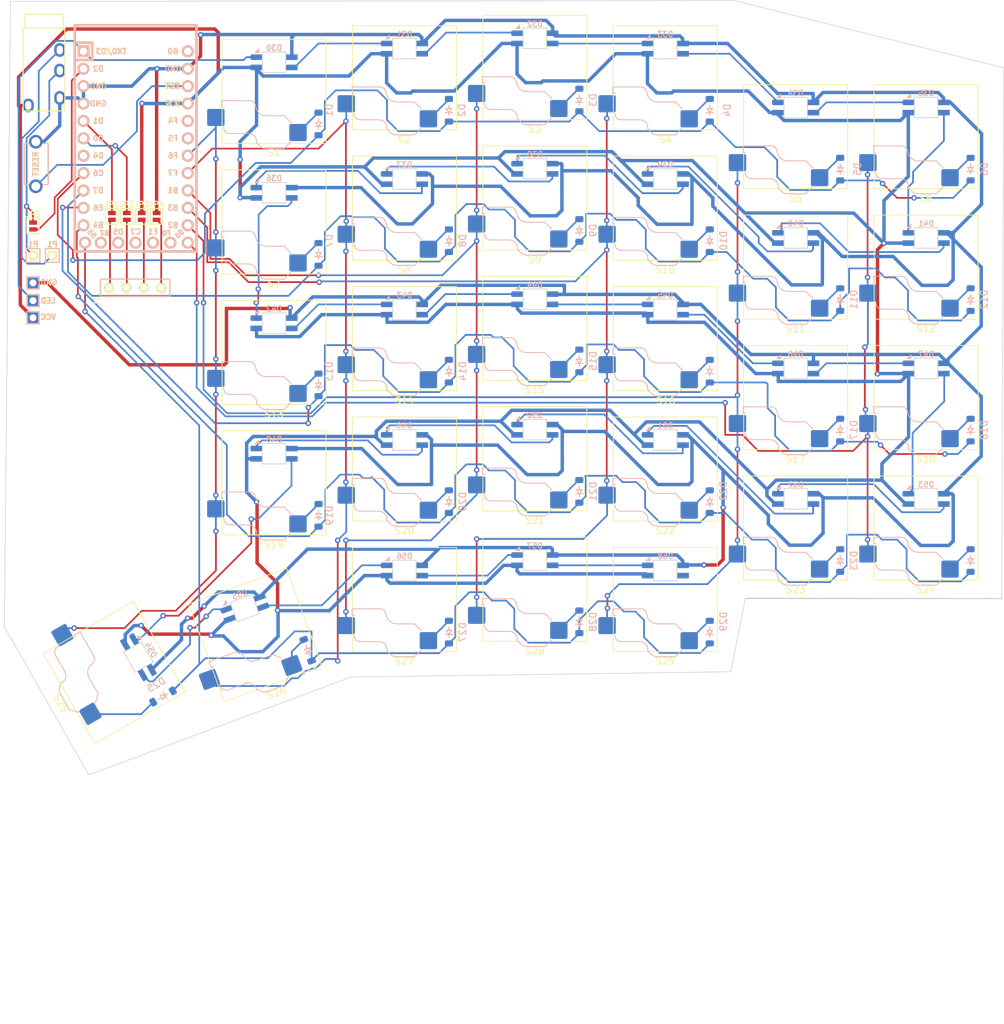
<source format=kicad_pcb>
(kicad_pcb (version 20221018) (generator pcbnew)
  (layers (0 "F.Cu" signal) (31 "B.Cu" signal) (34 "B.Paste" user) (35 "F.Paste" user) (36 "B.SilkS" user "B.Silkscreen") (37 "F.SilkS" user "F.Silkscreen") (38 "B.Mask" user) (39 "F.Mask" user) (44 "Edge.Cuts" user))
  (net 0 "")
  (net 1 "Row 0")
  (net 2 "Net-(D1-A)")
  (net 3 "Net-(D2-A)")
  (net 4 "Net-(D3-A)")
  (net 5 "Net-(D4-A)")
  (net 6 "Net-(D5-A)")
  (net 7 "Net-(D6-A)")
  (net 8 "Row 1")
  (net 9 "Net-(D7-A)")
  (net 10 "Net-(D8-A)")
  (net 11 "Net-(D9-A)")
  (net 12 "Net-(D10-A)")
  (net 13 "Net-(D11-A)")
  (net 14 "Net-(D12-A)")
  (net 15 "Row 2")
  (net 16 "Net-(D13-A)")
  (net 17 "Net-(D14-A)")
  (net 18 "Net-(D15-A)")
  (net 19 "Net-(D16-A)")
  (net 20 "Net-(D17-A)")
  (net 21 "Net-(D18-A)")
  (net 22 "Column 0")
  (net 23 "Column 1")
  (net 24 "Column 2")
  (net 25 "Column 3")
  (net 26 "Column 4")
  (net 27 "Column 5")
  (net 28 "GND")
  (net 29 "VCC")
  (net 31 "Net-(D30-DOUT)")
  (net 32 "Net-(D31-DOUT)")
  (net 33 "Net-(D32-DOUT)")
  (net 34 "Net-(D33-DOUT)")
  (net 35 "Net-(D34-DOUT)")
  (net 36 "Net-(D35-DOUT)")
  (net 37 "LED")
  (net 38 "DATA")
  (net 39 "SDA")
  (net 40 "SCL")
  (net 41 "Row 3")
  (net 42 "Row 4")
  (net 43 "Net-(D36-DOUT)")
  (net 44 "Net-(D48-DOUT)")
  (net 45 "Net-(D48-DIN)")
  (net 46 "Net-(D49-DIN)")
  (net 47 "Net-(D50-DIN)")
  (net 48 "Net-(D51-DIN)")
  (net 49 "Net-(D52-DIN)")
  (net 50 "Net-(D54-DOUT)")
  (net 51 "Net-(D55-DOUT)")
  (net 52 "Net-(D56-DOUT)")
  (net 53 "Net-(D57-DOUT)")
  (net 57 "RESET")
  (net 64 "Net-(J3-Pin_1)")
  (net 65 "Net-(D19-A)")
  (net 66 "Net-(D20-A)")
  (net 67 "Net-(D21-A)")
  (net 68 "Net-(D22-A)")
  (net 69 "Net-(D23-A)")
  (net 70 "Net-(D24-A)")
  (net 71 "Net-(D25-A)")
  (net 72 "Net-(D26-A)")
  (net 73 "Net-(D27-A)")
  (net 74 "Net-(D28-A)")
  (net 75 "Net-(D29-A)")
  (net 76 "Net-(D36-DIN)")
  (net 77 "Net-(D37-DIN)")
  (net 78 "Net-(D38-DIN)")
  (net 79 "Net-(D39-DIN)")
  (net 80 "Net-(D40-DIN)")
  (net 81 "Net-(D42-DOUT)")
  (net 82 "Net-(D43-DOUT)")
  (net 83 "Net-(D44-DOUT)")
  (net 84 "Net-(D45-DOUT)")
  (net 85 "Net-(D46-DOUT)")
  (net 86 "Net-(D47-DOUT)")
  (net 87 "Net-(J1-P1)")
  (net 88 "Net-(J1-P2)")
  (net 89 "Net-(J1-P3)")
  (net 90 "Net-(J1-P4)")
  (net 91 "Net-(J2-Pin_1)")
  (footprint "ScottoKeebs_Hotswap:Hotswap_Choc_V1" (layer "F.Cu") (at 143.331753 124.815542 180)
    (fp_text reference "S28")
    (fp_text value "Keyswitch")
  )
  (footprint "ScottoKeebs_Components:LED_SK6812MINI-MOD1" (layer "F.Cu") (at 181.431753 92.565542)
    (fp_text reference "D46")
    (fp_text value "LED_SK6812MINI" hide)
    (fp_line (start -1.7 -1.5) (end -1.7 1.5) (stroke (width 0.12)) (layer "Edge.Cuts"))
    (fp_line (start -1.7 1.5) (end 1.7 1.5) (stroke (width 0.12)) (layer "Edge.Cuts"))
    (fp_line (start 1.7 -1.5) (end -1.7 -1.5) (stroke (width 0.12)) (layer "Edge.Cuts"))
    (fp_line (start 1.7 1.5) (end 1.7 -1.5) (stroke (width 0.12)) (layer "Edge.Cuts"))
  )
  (footprint "ScottoKeebs_Components:LED_SK6812MINI-MOD1" (layer "F.Cu") (at 181.431753 54.465542)
    (fp_text reference "D34")
    (fp_text value "LED_SK6812MINI" hide)
    (fp_line (start -1.7 -1.5) (end -1.7 1.5) (stroke (width 0.12)) (layer "Edge.Cuts"))
    (fp_line (start -1.7 1.5) (end 1.7 1.5) (stroke (width 0.12)) (layer "Edge.Cuts"))
    (fp_line (start 1.7 -1.5) (end -1.7 -1.5) (stroke (width 0.12)) (layer "Edge.Cuts"))
    (fp_line (start 1.7 1.5) (end 1.7 -1.5) (stroke (width 0.12)) (layer "Edge.Cuts"))
  )
  (footprint "ScottoKeebs_Components:LED_SK6812MINI-MOD1" (layer "F.Cu") (at 143.331753 82.465542)
    (fp_text reference "D44")
    (fp_text value "LED_SK6812MINI" hide)
    (fp_line (start -1.7 -1.5) (end -1.7 1.5) (stroke (width 0.12)) (layer "Edge.Cuts"))
    (fp_line (start -1.7 1.5) (end 1.7 1.5) (stroke (width 0.12)) (layer "Edge.Cuts"))
    (fp_line (start 1.7 -1.5) (end -1.7 -1.5) (stroke (width 0.12)) (layer "Edge.Cuts"))
    (fp_line (start 1.7 1.5) (end 1.7 -1.5) (stroke (width 0.12)) (layer "Edge.Cuts"))
  )
  (footprint "ScottoKeebs_Components:LED_SK6812MINI-MOD1" (layer "F.Cu") (at 200.481753 111.615542)
    (fp_text reference "D53")
    (fp_text value "LED_SK6812MINI" hide)
    (fp_line (start -1.7 -1.5) (end -1.7 1.5) (stroke (width 0.12)) (layer "Edge.Cuts"))
    (fp_line (start -1.7 1.5) (end 1.7 1.5) (stroke (width 0.12)) (layer "Edge.Cuts"))
    (fp_line (start 1.7 -1.5) (end -1.7 -1.5) (stroke (width 0.12)) (layer "Edge.Cuts"))
    (fp_line (start 1.7 1.5) (end 1.7 -1.5) (stroke (width 0.12)) (layer "Edge.Cuts"))
  )
  (footprint "untitled:jumper_data-MOD" (layer "F.Cu") (at 85.903753 70.365922 90)
    (fp_text reference "JP3")
    (fp_text value "Jumper" hide)
  )
  (footprint "ScottoKeebs_Components:LED_SK6812MINI-MOD1" (layer "F.Cu") (at 85.423506 134.721084 -60)
    (fp_text reference "D54")
    (fp_text value "LED_SK6812MINI" hide)
    (fp_line (start -1.7 -1.5) (end -1.7 1.5) (stroke (width 0.12)) (layer "Edge.Cuts"))
    (fp_line (start -1.7 1.5) (end 1.7 1.5) (stroke (width 0.12)) (layer "Edge.Cuts"))
    (fp_line (start 1.7 -1.5) (end -1.7 -1.5) (stroke (width 0.12)) (layer "Edge.Cuts"))
    (fp_line (start 1.7 1.5) (end 1.7 -1.5) (stroke (width 0.12)) (layer "Edge.Cuts"))
  )
  (footprint "ScottoKeebs_Components:LED_SK6812MINI-MOD1" (layer "F.Cu") (at 143.331753 120.565542)
    (fp_text reference "D57")
    (fp_text value "LED_SK6812MINI" hide)
    (fp_line (start -1.7 -1.5) (end -1.7 1.5) (stroke (width 0.12)) (layer "Edge.Cuts"))
    (fp_line (start -1.7 1.5) (end 1.7 1.5) (stroke (width 0.12)) (layer "Edge.Cuts"))
    (fp_line (start 1.7 -1.5) (end -1.7 -1.5) (stroke (width 0.12)) (layer "Edge.Cuts"))
    (fp_line (start 1.7 1.5) (end 1.7 -1.5) (stroke (width 0.12)) (layer "Edge.Cuts"))
  )
  (footprint "ScottoKeebs_Hotswap:Hotswap_Choc_V1" (layer "F.Cu") (at 124.281753 50.115542 180)
    (fp_text reference "S2")
    (fp_text value "Keyswitch")
  )
  (footprint "ScottoKeebs_Hotswap:Hotswap_Choc_V1" (layer "F.Cu") (at 162.381753 126.315542 180)
    (fp_text reference "S29")
    (fp_text value "Keyswitch")
  )
  (footprint "untitled:1pin_conn" (layer "F.Cu") (at 72.831753 76.065542)
    (fp_text reference "J3")
    (fp_text value "i2c" hide)
  )
  (footprint "ScottoKeebs_Components:LED_SK6812MINI-MOD1" (layer "F.Cu") (at 162.381753 103.015542)
    (fp_text reference "D51")
    (fp_text value "LED_SK6812MINI" hide)
    (fp_line (start -1.7 -1.5) (end -1.7 1.5) (stroke (width 0.12)) (layer "Edge.Cuts"))
    (fp_line (start -1.7 1.5) (end 1.7 1.5) (stroke (width 0.12)) (layer "Edge.Cuts"))
    (fp_line (start 1.7 -1.5) (end -1.7 -1.5) (stroke (width 0.12)) (layer "Edge.Cuts"))
    (fp_line (start 1.7 1.5) (end 1.7 -1.5) (stroke (width 0.12)) (layer "Edge.Cuts"))
  )
  (footprint "ScottoKeebs_Hotswap:Hotswap_Choc_V1" (layer "F.Cu") (at 181.431753 96.815542 180)
    (fp_text reference "S17")
    (fp_text value "Keyswitch")
  )
  (footprint "ScottoKeebs_Hotswap:Hotswap_Choc_V1" (layer "F.Cu") (at 143.331753 67.665542 180)
    (fp_text reference "S9")
    (fp_text value "Keyswitch")
  )
  (footprint "ScottoKeebs_Hotswap:Hotswap_Choc_V1" (layer "F.Cu") (at 102.493444 131.496653 -160)
    (fp_text reference "S26")
    (fp_text value "Keyswitch")
  )
  (footprint "ScottoKeebs_Hotswap:Hotswap_Choc_V1" (layer "F.Cu") (at 200.481753 77.765542 180)
    (fp_text reference "S12")
    (fp_text value "Keyswitch")
  )
  (footprint "ScottoKeebs_Components:LED_SK6812MINI-MOD1" (layer "F.Cu") (at 105.231753 85.965542)
    (fp_text reference "D42")
    (fp_text value "LED_SK6812MINI" hide)
    (fp_line (start -1.7 -1.5) (end -1.7 1.5) (stroke (width 0.12)) (layer "Edge.Cuts"))
    (fp_line (start -1.7 1.5) (end 1.7 1.5) (stroke (width 0.12)) (layer "Edge.Cuts"))
    (fp_line (start 1.7 -1.5) (end -1.7 -1.5) (stroke (width 0.12)) (layer "Edge.Cuts"))
    (fp_line (start 1.7 1.5) (end 1.7 -1.5) (stroke (width 0.12)) (layer "Edge.Cuts"))
  )
  (footprint "ScottoKeebs_Components:LED_SK6812MINI-MOD1" (layer "F.Cu") (at 124.281753 122.065542)
    (fp_text reference "D56")
    (fp_text value "LED_SK6812MINI" hide)
    (fp_line (start -1.7 -1.5) (end -1.7 1.5) (stroke (width 0.12)) (layer "Edge.Cuts"))
    (fp_line (start -1.7 1.5) (end 1.7 1.5) (stroke (width 0.12)) (layer "Edge.Cuts"))
    (fp_line (start 1.7 -1.5) (end -1.7 -1.5) (stroke (width 0.12)) (layer "Edge.Cuts"))
    (fp_line (start 1.7 1.5) (end 1.7 -1.5) (stroke (width 0.12)) (layer "Edge.Cuts"))
  )
  (footprint "ScottoKeebs_Components:LED_SK6812MINI-MOD1" (layer "F.Cu") (at 143.331753 101.515542)
    (fp_text reference "D50")
    (fp_text value "LED_SK6812MINI" hide)
    (fp_line (start -1.7 -1.5) (end -1.7 1.5) (stroke (width 0.12)) (layer "Edge.Cuts"))
    (fp_line (start -1.7 1.5) (end 1.7 1.5) (stroke (width 0.12)) (layer "Edge.Cuts"))
    (fp_line (start 1.7 -1.5) (end -1.7 -1.5) (stroke (width 0.12)) (layer "Edge.Cuts"))
    (fp_line (start 1.7 1.5) (end 1.7 -1.5) (stroke (width 0.12)) (layer "Edge.Cuts"))
  )
  (footprint "ScottoKeebs_Hotswap:Hotswap_Choc_V1" (layer "F.Cu") (at 143.331753 48.615542 180)
    (fp_text reference "S3")
    (fp_text value "Keyswitch")
  )
  (footprint "ScottoKeebs_Components:LED_SK6812MINI-MOD1" (layer "F.Cu") (at 181.431753 111.615542)
    (fp_text reference "D52")
    (fp_text value "LED_SK6812MINI" hide)
    (fp_line (start -1.7 -1.5) (end -1.7 1.5) (stroke (width 0.12)) (layer "Edge.Cuts"))
    (fp_line (start -1.7 1.5) (end 1.7 1.5) (stroke (width 0.12)) (layer "Edge.Cuts"))
    (fp_line (start 1.7 -1.5) (end -1.7 -1.5) (stroke (width 0.12)) (layer "Edge.Cuts"))
    (fp_line (start 1.7 1.5) (end 1.7 -1.5) (stroke (width 0.12)) (layer "Edge.Cuts"))
  )
  (footprint "ScottoKeebs_Components:LED_SK6812MINI-MOD1" (layer "F.Cu") (at 124.281753 64.915542)
    (fp_text reference "D37")
    (fp_text value "LED_SK6812MINI" hide)
    (fp_line (start -1.7 -1.5) (end -1.7 1.5) (stroke (width 0.12)) (layer "Edge.Cuts"))
    (fp_line (start -1.7 1.5) (end 1.7 1.5) (stroke (width 0.12)) (layer "Edge.Cuts"))
    (fp_line (start 1.7 -1.5) (end -1.7 -1.5) (stroke (width 0.12)) (layer "Edge.Cuts"))
    (fp_line (start 1.7 1.5) (end 1.7 -1.5) (stroke (width 0.12)) (layer "Edge.Cuts"))
  )
  (footprint "ScottoKeebs_Hotswap:Hotswap_Choc_V1" (layer "F.Cu") (at 143.331753 86.715542 180)
    (fp_text reference "S15")
    (fp_text value "Keyswitch")
  )
  (footprint "ScottoKeebs_Hotswap:Hotswap_Choc_V1" (layer "F.Cu") (at 162.381753 88.215542 180)
    (fp_text reference "S16")
    (fp_text value "Keyswitch")
  )
  (footprint "untitled:jumper_data-MOD" (layer "F.Cu") (at 88.081753 70.365922 90)
    (fp_text reference "JP4")
    (fp_text value "Jumper" hide)
  )
  (footprint "ScottoKeebs_Hotswap:Hotswap_Choc_V1" (layer "F.Cu") (at 181.431753 77.765542 180)
    (fp_text reference "S11")
    (fp_text value "Keyswitch")
  )
  (footprint "ScottoKeebs_Hotswap:Hotswap_Choc_V1" (layer "F.Cu") (at 200.481753 96.815542 180)
    (fp_text reference "S18")
    (fp_text value "Keyswitch")
  )
  (footprint "ScottoKeebs_Hotswap:Hotswap_Choc_V1" (layer "F.Cu") (at 105.231753 52.115542 180)
    (fp_text reference "S1")
    (fp_text value "Keyswitch")
  )
  (footprint "ScottoKeebs_Hotswap:Hotswap_Choc_V1" (layer "F.Cu") (at 124.281753 69.165542 180)
    (fp_text reference "S8")
    (fp_text value "Keyswitch")
  )
  (footprint "ScottoKeebs_Hotswap:Hotswap_Choc_V1" (layer "F.Cu") (at 162.381753 50.115542 180)
    (fp_text reference "S4")
    (fp_text value "Keyswitch")
  )
  (footprint "Keebio-Parts:Elite-C" (layer "F.Cu") (at 85.011753 60.235542 -90)
    (fp_text reference "U1" hide)
    (fp_text value "EliteC_Pro_Micro" hide)
  )
  (footprint "ScottoKeebs_Hotswap:Hotswap_Choc_V1" (layer "F.Cu") (at 105.231753 109.265542 180)
    (fp_text reference "S19")
    (fp_text value "Keyswitch")
  )
  (footprint "ScottoKeebs_Hotswap:Hotswap_Choc_V1" (layer "F.Cu") (at 105.231753 90.215542 180)
    (fp_text reference "S13")
    (fp_text value "Keyswitch")
  )
  (footprint "ScottoKeebs_Components:LED_SK6812MINI-MOD1" (layer "F.Cu") (at 200.481753 73.515542)
    (fp_text reference "D41")
    (fp_text value "LED_SK6812MINI" hide)
    (fp_line (start -1.7 -1.5) (end -1.7 1.5) (stroke (width 0.12)) (layer "Edge.Cuts"))
    (fp_line (start -1.7 1.5) (end 1.7 1.5) (stroke (width 0.12)) (layer "Edge.Cuts"))
    (fp_line (start 1.7 -1.5) (end -1.7 -1.5) (stroke (width 0.12)) (layer "Edge.Cuts"))
    (fp_line (start 1.7 1.5) (end 1.7 -1.5) (stroke (width 0.12)) (layer "Edge.Cuts"))
  )
  (footprint "ScottoKeebs_Hotswap:Hotswap_Choc_V1" (layer "F.Cu") (at 200.481753 115.865542 180)
    (fp_text reference "S24")
    (fp_text value "Keyswitch")
  )
  (footprint "ScottoKeebs_Components:LED_SK6812MINI-MOD1" (layer "F.Cu") (at 162.381753 64.915542)
    (fp_text reference "D39")
    (fp_text value "LED_SK6812MINI" hide)
    (fp_line (start -1.7 -1.5) (end -1.7 1.5) (stroke (width 0.12)) (layer "Edge.Cuts"))
    (fp_line (start -1.7 1.5) (end 1.7 1.5) (stroke (width 0.12)) (layer "Edge.Cuts"))
    (fp_line (start 1.7 -1.5) (end -1.7 -1.5) (stroke (width 0.12)) (layer "Edge.Cuts"))
    (fp_line (start 1.7 1.5) (end 1.7 -1.5) (stroke (width 0.12)) (layer "Edge.Cuts"))
  )
  (footprint "ScottoKeebs_Components:LED_SK6812MINI-MOD1" (layer "F.Cu") (at 124.281753 83.965542)
    (fp_text reference "D43")
    (fp_text value "LED_SK6812MINI" hide)
    (fp_line (start -1.7 -1.5) (end -1.7 1.5) (stroke (width 0.12)) (layer "Edge.Cuts"))
    (fp_line (start -1.7 1.5) (end 1.7 1.5) (stroke (width 0.12)) (layer "Edge.Cuts"))
    (fp_line (start 1.7 -1.5) (end -1.7 -1.5) (stroke (width 0.12)) (layer "Edge.Cuts"))
    (fp_line (start 1.7 1.5) (end 1.7 -1.5) (stroke (width 0.12)) (layer "Edge.Cuts"))
  )
  (footprint "ScottoKeebs_Components:LED_SK6812MINI-MOD1" (layer "F.Cu") (at 105.231753 105.015542)
    (fp_text reference "D48")
    (fp_text value "LED_SK6812MINI" hide)
    (fp_line (start -1.7 -1.5) (end -1.7 1.5) (stroke (width 0.12)) (layer "Edge.Cuts"))
    (fp_line (start -1.7 1.5) (end 1.7 1.5) (stroke (width 0.12)) (layer "Edge.Cuts"))
    (fp_line (start 1.7 -1.5) (end -1.7 -1.5) (stroke (width 0.12)) (layer "Edge.Cuts"))
    (fp_line (start 1.7 1.5) (end 1.7 -1.5) (stroke (width 0.12)) (layer "Edge.Cuts"))
  )
  (footprint "ScottoKeebs_Hotswap:Hotswap_Choc_V1" (layer "F.Cu") (at 162.381753 107.265542 180)
    (fp_text reference "S22")
    (fp_text value "Keyswitch")
  )
  (footprint "ScottoKeebs_Components:LED_SK6812MINI-MOD1" (layer "F.Cu") (at 200.481753 54.465542)
    (fp_text reference "D35")
    (fp_text value "LED_SK6812MINI" hide)
    (fp_line (start -1.7 -1.5) (end -1.7 1.5) (stroke (width 0.12)) (layer "Edge.Cuts"))
    (fp_line (start -1.7 1.5) (end 1.7 1.5) (stroke (width 0.12)) (layer "Edge.Cuts"))
    (fp_line (start 1.7 -1.5) (end -1.7 -1.5) (stroke (width 0.12)) (layer "Edge.Cuts"))
    (fp_line (start 1.7 1.5) (end 1.7 -1.5) (stroke (width 0.12)) (layer "Edge.Cuts"))
  )
  (footprint "untitled:TACT_SWITCH_TVBP06" (layer "F.Cu") (at 70.431753 62.715542 -90)
    (fp_text reference "RSW1" hide)
    (fp_text value "SW_RST" hide)
  )
  (footprint "ScottoKeebs_Components:LED_SK6812MINI-MOD1" (layer "F.Cu") (at 181.431753 73.515542)
    (fp_text reference "D40")
    (fp_text value "LED_SK6812MINI" hide)
    (fp_line (start -1.7 -1.5) (end -1.7 1.5) (stroke (width 0.12)) (layer "Edge.Cuts"))
    (fp_line (start -1.7 1.5) (end 1.7 1.5) (stroke (width 0.12)) (layer "Edge.Cuts"))
    (fp_line (start 1.7 -1.5) (end -1.7 -1.5) (stroke (width 0.12)) (layer "Edge.Cuts"))
    (fp_line (start 1.7 1.5) (end 1.7 -1.5) (stroke (width 0.12)) (layer "Edge.Cuts"))
  )
  (footprint "ScottoKeebs_Components:LED_SK6812MINI-MOD1" (layer "F.Cu") (at 162.381753 45.865542)
    (fp_text reference "D33")
    (fp_text value "LED_SK6812MINI" hide)
    (fp_line (start -1.7 -1.5) (end -1.7 1.5) (stroke (width 0.12)) (layer "Edge.Cuts"))
    (fp_line (start -1.7 1.5) (end 1.7 1.5) (stroke (width 0.12)) (layer "Edge.Cuts"))
    (fp_line (start 1.7 -1.5) (end -1.7 -1.5) (stroke (width 0.12)) (layer "Edge.Cuts"))
    (fp_line (start 1.7 1.5) (end 1.7 -1.5) (stroke (width 0.12)) (layer "Edge.Cuts"))
  )
  (footprint "untitled:OLED_4Pin" (layer "F.Cu") (at 81.121753 80.785542)
    (fp_text reference "J1")
    (fp_text value "OLED" hide)
  )
  (footprint "untitled:1pin_conn" (layer "F.Cu") (at 70.031753 76.065542)
    (fp_text reference "J2")
    (fp_text value "i2c" hide)
  )
  (footprint "ScottoKeebs_Components:LED_SK6812MINI-MOD1" (layer "F.Cu") (at 124.281753 45.865542)
    (fp_text reference "D31")
    (fp_text value "LED_SK6812MINI" hide)
    (fp_line (start -1.7 -1.5) (end -1.7 1.5) (stroke (width 0.12)) (layer "Edge.Cuts"))
    (fp_line (start -1.7 1.5) (end 1.7 1.5) (stroke (width 0.12)) (layer "Edge.Cuts"))
    (fp_line (start 1.7 -1.5) (end -1.7 -1.5) (stroke (width 0.12)) (layer "Edge.Cuts"))
    (fp_line (start 1.7 1.5) (end 1.7 -1.5) (stroke (width 0.12)) (layer "Edge.Cuts"))
  )
  (footprint "ScottoKeebs_Hotswap:Hotswap_Choc_V1" (layer "F.Cu") (at 200.481753 58.715542 180)
    (fp_text reference "S6")
    (fp_text value "Keyswitch")
  )
  (footprint "untitled:LED" (layer "F.Cu") (at 70.031753 85.165542 180)
    (fp_text reference "J4" hide)
    (fp_text value "LED" hide)
  )
  (footprint "ScottoKeebs_Components:LED_SK6812MINI-MOD1" (layer "F.Cu") (at 200.481753 92.565542)
    (fp_text reference "D47")
    (fp_text value "LED_SK6812MINI" hide)
    (fp_line (start -1.7 -1.5) (end -1.7 1.5) (stroke (width 0.12)) (layer "Edge.Cuts"))
    (fp_line (start -1.7 1.5) (end 1.7 1.5) (stroke (width 0.12)) (layer "Edge.Cuts"))
    (fp_line (start 1.7 -1.5) (end -1.7 -1.5) (stroke (width 0.12)) (layer "Edge.Cuts"))
    (fp_line (start 1.7 1.5) (end 1.7 -1.5) (stroke (width 0.12)) (layer "Edge.Cuts"))
  )
  (footprint "ScottoKeebs_Hotswap:Hotswap_Choc_V1" (layer "F.Cu") (at 162.381753 69.165542 180)
    (fp_text reference "S10")
    (fp_text value "Keyswitch")
  )
  (footprint "ScottoKeebs_Components:TRRS_PJ-320A" (layer "F.Cu") (at 71.631753 42.865542)
    (fp_text reference "U2")
    (fp_text value "TRRS")
  )
  (footprint "ScottoKeebs_Components:LED_SK6812MINI-MOD1" (layer "F.Cu") (at 105.231753 66.915542)
    (fp_text reference "D36")
    (fp_text value "LED_SK6812MINI" hide)
    (fp_line (start -1.7 -1.5) (end -1.7 1.5) (stroke (width 0.12)) (layer "Edge.Cuts"))
    (fp_line (start -1.7 1.5) (end 1.7 1.5) (stroke (width 0.12)) (layer "Edge.Cuts"))
    (fp_line (start 1.7 -1.5) (end -1.7 -1.5) (stroke (width 0.12)) (layer "Edge.Cuts"))
    (fp_line (start 1.7 1.5) (end 1.7 -1.5) (stroke (width 0.12)) (layer "Edge.Cuts"))
  )
  (footprint "ScottoKeebs_Hotswap:Hotswap_Choc_V1" (layer "F.Cu") (at 124.281753 126.315542 180)
    (fp_text reference "S27")
    (fp_text value "Keyswitch")
  )
  (footprint "ScottoKeebs_Hotswap:Hotswap_Choc_V1" (layer "F.Cu") (at 124.281753 107.265542 180)
    (fp_text reference "S20")
    (fp_text value "Keyswitch")
  )
  (footprint "ScottoKeebs_Components:LED_SK6812MINI-MOD1" (layer "F.Cu") (at 143.331753 63.415542)
    (fp_text reference "D38")
    (fp_text value "LED_SK6812MINI" hide)
    (fp_line (start -1.7 -1.5) (end -1.7 1.5) (stroke (width 0.12)) (layer "Edge.Cuts"))
    (fp_line (start -1.7 1.5) (end 1.7 1.5) (stroke (width 0.12)) (layer "Edge.Cuts"))
    (fp_line (start 1.7 -1.5) (end -1.7 -1.5) (stroke (width 0.12)) (layer "Edge.Cuts"))
    (fp_line (start 1.7 1.5) (end 1.7 -1.5) (stroke (width 0.12)) (layer "Edge.Cuts"))
  )
  (footprint "ScottoKeebs_Hotswap:Hotswap_Choc_V1" (layer "F.Cu") (at 124.281753 88.215542 180)
    (fp_text reference "S14")
    (fp_text value "Keyswitch")
  )
  (footprint "ScottoKeebs_Components:LED_SK6812MINI-MOD1" (layer "F.Cu") (at 143.331753 44.365542)
    (fp_text reference "D32")
    (fp_text value "LED_SK6812MINI" hide)
    (fp_line (start -1.7 -1.5) (end -1.7 1.5) (stroke (width 0.12)) (layer "Edge.Cuts"))
    (fp_line (start -1.7 1.5) (end 1.7 1.5) (stroke (width 0.12)) (layer "Edge.Cuts"))
    (fp_line (start 1.7 -1.5) (end -1.7 -1.5) (stroke (width 0.12)) (layer "Edge.Cuts"))
    (fp_line (start 1.7 1.5) (end 1.7 -1.5) (stroke (width 0.12)) (layer "Edge.Cuts"))
  )
  (footprint "ScottoKeebs_Hotswap:Hotswap_Choc_V1" (layer "F.Cu") (at 81.861753 136.965542 120)
    (fp_text reference "S25")
    (fp_text value "Keyswitch")
  )
  (footprint "ScottoKeebs_Components:LED_SK6812MINI-MOD1" (layer "F.Cu") (at 100.94 127.57 20)
    (fp_text reference "D55")
    (fp_text value "LED_SK6812MINI" hide)
    (fp_line (start -1.7 -1.5) (end -1.7 1.5) (stroke (width 0.12)) (layer "Edge.Cuts"))
    (fp_line (start -1.7 1.5) (end 1.7 1.5) (stroke (width 0.12)) (layer "Edge.Cuts"))
    (fp_line (start 1.7 -1.5) (end -1.7 -1.5) (stroke (width 0.12)) (layer "Edge.Cuts"))
    (fp_line (start 1.7 1.5) (end 1.7 -1.5) (stroke (width 0.12)) (layer "Edge.Cuts"))
  )
  (footprint "ScottoKeebs_Hotswap:Hotswap_Choc_V1" (layer "F.Cu") (at 105.231753 71.165542 180)
    (fp_text reference "S7")
    (fp_text value "Keyswitch")
  )
  (footprint "untitled:jumper_data-MOD" (layer "F.Cu") (at 83.725753 70.365922 90)
    (fp_text reference "JP2")
    (fp_text value "Jumper" hide)
  )
  (footprint "ScottoKeebs_Hotswap:Hotswap_Choc_V1" (layer "F.Cu") (at 143.331753 105.765542 180)
    (fp_text reference "S21")
    (fp_text value "Keyswitch")
  )
  (footprint "ScottoKeebs_Components:LED_SK6812MINI-MOD1" (layer "F.Cu") (at 162.381753 83.965542)
    (fp_text reference "D45")
    (fp_text value "LED_SK6812MINI" hide)
    (fp_line (start -1.7 -1.5) (end -1.7 1.5) (stroke (width 0.12)) (layer "Edge.Cuts"))
    (fp_line (start -1.7 1.5) (end 1.7 1.5) (stroke (width 0.12)) (layer "Edge.Cuts"))
    (fp_line (start 1.7 -1.5) (end -1.7 -1.5) (stroke (width 0.12)) (layer "Edge.Cuts"))
    (fp_line (start 1.7 1.5) (end 1.7 -1.5) (stroke (width 0.12)) (layer "Edge.Cuts"))
  )
  (footprint "ScottoKeebs_Components:LED_SK6812MINI-MOD1" (layer "F.Cu") (at 162.381753 122.065542)
    (fp_text reference "D58")
    (fp_text value "LED_SK6812MINI" hide)
    (fp_line (start -1.7 -1.5) (end -1.7 1.5) (stroke (width 0.12)) (layer "Edge.Cuts"))
    (fp_line (start -1.7 1.5) (end 1.7 1.5) (stroke (width 0.12)) (layer "Edge.Cuts"))
    (fp_line (start 1.7 -1.5) (end -1.7 -1.5) (stroke (width 0.12)) (layer "Edge.Cuts"))
    (fp_line (start 1.7 1.5) (end 1.7 -1.5) (stroke (width 0.12)) (layer "Edge.Cuts"))
  )
  (footprint "ScottoKeebs_Components:LED_SK6812MINI-MOD1" (layer "F.Cu") (at 105.231753 47.865542)
    (fp_text reference "D30")
    (fp_text value "LED_SK6812MINI" hide)
    (fp_line (start -1.7 -1.5) (end -1.7 1.5) (stroke (width 0.12)) (layer "Edge.Cuts"))
    (fp_line (start -1.7 1.5) (end 1.7 1.5) (stroke (width 0.12)) (layer "Edge.Cuts"))
    (fp_line (start 1.7 -1.5) (end -1.7 -1.5) (stroke (width 0.12)) (layer "Edge.Cuts"))
    (fp_line (start 1.7 1.5) (end 1.7 -1.5) (stroke (width 0.12)) (layer "Edge.Cuts"))
  )
  (footprint "ScottoKeebs_Hotswap:Hotswap_Choc_V1" (layer "F.Cu") (at 181.431753 58.715542 180)
    (fp_text reference "S5")
    (fp_text value "Keyswitch")
  )
  (footprint "ScottoKeebs_Components:LED_SK6812MINI-MOD1" (layer "F.Cu") (at 124.281753 103.015542)
    (fp_text reference "D49")
    (fp_text value "LED_SK6812MINI" hide)
    (fp_line (start -1.7 -1.5) (end -1.7 1.5) (stroke (width 0.12)) (layer "Edge.Cuts"))
    (fp_line (start -1.7 1.5) (end 1.7 1.5) (stroke (width 0.12)) (layer "Edge.Cuts"))
    (fp_line (start 1.7 -1.5) (end -1.7 -1.5) (stroke (width 0.12)) (layer "Edge.Cuts"))
    (fp_line (start 1.7 1.5) (end 1.7 -1.5) (stroke (width 0.12)) (layer "Edge.Cuts"))
  )
  (footprint "untitled:jumper_data-MOD" (layer "F.Cu") (at 81.547753 70.365922 90)
    (fp_text reference "JP1")
    (fp_text value "Jumper" hide)
  )
  (footprint "ScottoKeebs_Hotswap:Hotswap_Choc_V1" (layer "F.Cu") (at 181.431753 115.865542 180)
    (fp_text reference "S23")
    (fp_text value "Keyswitch")
  )
  (footprint "untitled:jumper_data-MOD" (layer "F.Cu") (at 70.031753 71.765922 -90)
    (fp_text reference "JP5")
    (fp_text value "Jumper" hide)
  )
  (footprint "ScottoKeebs_Components:Diode_SOD-123" (layer "B.Cu") (at 206.981753 120.615542 90)
    (fp_text reference "D24" hide)
    (fp_text value "Diode")
  )
  (footprint "ScottoKeebs_Components:Diode_SOD-123" (layer "B.Cu") (at 168.881753 92.965542 90)
    (fp_text reference "D16" hide)
    (fp_text value "Diode")
  )
  (footprint "ScottoKeebs_Components:Diode_SOD-123" (layer "B.Cu") (at 168.881753 131.065542 90)
    (fp_text reference "D29")
    (fp_text value "Diode")
  )
  (footprint "ScottoKeebs_Components:Diode_SOD-123" (layer "B.Cu") (at 130.781753 112.015542 90)
    (fp_text reference "D20")
    (fp_text value "Diode")
  )
  (footprint "ScottoKeebs_Components:Diode_SOD-123" (layer "B.Cu") (at 130.781753 54.865542 90)
    (fp_text reference "D2")
    (fp_text value "Diode")
  )
  (footprint "ScottoKeebs_Components:Diode_SOD-123" (layer "B.Cu") (at 130.781753 131.065542 90)
    (fp_text reference "D27")
    (fp_text value "Diode")
  )
  (footprint "ScottoKeebs_Components:Diode_SOD-123" (layer "B.Cu") (at 206.981753 101.565542 90)
    (fp_text reference "D18")
    (fp_text value "Diode")
  )
  (footprint "ScottoKeebs_Components:Diode_SOD-123" (layer "B.Cu") (at 149.831459 110.515542 90)
    (fp_text reference "D21")
    (fp_text value "Diode")
  )
  (footprint "ScottoKeebs_Components:Diode_SOD-123" (layer "B.Cu") (at 149.831459 91.465542 90)
    (fp_text reference "D15")
    (fp_text value "Diode")
  )
  (footprint "ScottoKeebs_Components:Diode_SOD-123" (layer "B.Cu") (at 89.011753 140.465542 -150)
    (fp_text reference "D25")
    (fp_text value "Diode")
  )
  (footprint "ScottoKeebs_Components:Diode_SOD-123" (layer "B.Cu") (at 111.731753 56.865542 90)
    (fp_text reference "D1")
    (fp_text value "Diode")
  )
  (footprint "ScottoKeebs_Components:Diode_SOD-123" (layer "B.Cu") (at 168.881753 73.915542 90)
    (fp_text reference "D10")
    (fp_text value "Diode")
  )
  (footprint "ScottoKeebs_Components:Diode_SOD-123" (layer "B.Cu") (at 149.831459 129.565542 90)
    (fp_text reference "D28")
    (fp_text value "Diode")
  )
  (footprint "ScottoKeebs_Components:Diode_SOD-123" (layer "B.Cu") (at 149.831459 53.365542 90)
    (fp_text reference "D3")
    (fp_text value "Diode")
  )
  (footprint "ScottoKeebs_Components:Diode_SOD-123" (layer "B.Cu") (at 168.881753 54.865542 90)
    (fp_text reference "D4")
    (fp_text value "Diode")
  )
  (footprint "ScottoKeebs_Components:Diode_SOD-123" (layer "B.Cu") (at 149.831459 72.415542 90)
    (fp_text reference "D9")
    (fp_text value "Diode")
  )
  (footprint "ScottoKeebs_Components:Diode_SOD-123" (layer "B.Cu") (at 187.931753 120.615542 90)
    (fp_text reference "D23")
    (fp_text value "Diode")
  )
  (footprint "ScottoKeebs_Components:Diode_SOD-123" (layer "B.Cu") (at 206.981753 82.515542 90)
    (fp_text reference "D12")
    (fp_text value "Diode")
  )
  (footprint "ScottoKeebs_Components:Diode_SOD-123" (layer "B.Cu") (at 130.781753 73.915542 90)
    (fp_text reference "D8")
    (fp_text value "Diode")
  )
  (footprint "ScottoKeebs_Components:Diode_SOD-123" (layer "B.Cu") (at 111.731753 94.965542 90)
    (fp_text reference "D13")
    (fp_text value "Diode")
  )
  (footprint "ScottoKeebs_Components:Diode_SOD-123" (layer "B.Cu") (at 111.731753 114.015542 90)
    (fp_text reference "D19")
    (fp_text value "Diode")
  )
  (footprint "ScottoKeebs_Components:Diode_SOD-123" (layer "B.Cu") (at 206.981753 63.465542 90)
    (fp_text reference "D6")
    (fp_text value "Diode")
  )
  (footprint "ScottoKeebs_Components:Diode_SOD-123" (layer "B.Cu") (at 187.931753 101.565542 90)
    (fp_text reference "D17")
    (fp_text value "Diode")
  )
  (footprint "ScottoKeebs_Components:Diode_SOD-123" (layer "B.Cu") (at 187.931753 63.465542 90)
    (fp_text reference "D5")
    (fp_text value "Diode")
  )
  (footprint "ScottoKeebs_Components:Diode_SOD-123" (layer "B.Cu") (at 111.731753 75.915542 90)
    (fp_text reference "D7")
    (fp_text value "Diode")
  )
  (footprint "ScottoKeebs_Components:Diode_SOD-123" (layer "B.Cu") (at 110.14742 133.715049 110)
    (fp_text reference "D26" hide)
    (fp_text value "Diode")
  )
  (footprint "ScottoKeebs_Components:Diode_SOD-123" (layer "B.Cu") (at 130.781753 92.965542 90)
    (fp_text reference "D14")
    (fp_text value "Diode")
  )
  (footprint "ScottoKeebs_Components:Diode_SOD-123" (layer "B.Cu") (at 168.881753 112.015542 90)
    (fp_text reference "D22")
    (fp_text value "Diode")
  )
  (footprint "ScottoKeebs_Components:Diode_SOD-123" (layer "B.Cu") (at 187.931753 82.515542 90)
    (fp_text reference "D11")
    (fp_text value "Diode")
  )
  (gr_line (start 65.841753 130.285542) (end 78.171753 151.905542) (stroke (width 0.1)) (layer "Edge.Cuts"))
  (gr_line (start 171.951753 136.858042) (end 174.081753 126.135542) (stroke (width 0.1)) (layer "Edge.Cuts"))
  (gr_line (start 116.501753 137.625542) (end 171.951753 136.858042) (stroke (width 0.1)) (layer "Edge.Cuts"))
  (gr_line (start 211.531753 126.165542) (end 211.831753 48.665542) (stroke (width 0.1)) (layer "Edge.Cuts"))
  (gr_line (start 78.171753 151.905542) (end 116.501753 137.625542) (stroke (width 0.1)) (layer "Edge.Cuts"))
  (gr_line (start 174.081753 126.135542) (end 211.531753 126.165542) (stroke (width 0.2)) (layer "Edge.Cuts"))
  (gr_line (start 211.831753 48.665542) (end 172.531753 38.865542) (stroke (width 0.1)) (layer "Edge.Cuts"))
  (gr_line (start 172.531753 38.865542) (end 66.731753 38.965542) (stroke (width 0.1)) (layer "Edge.Cuts"))
  (gr_line (start 66.731753 38.965542) (end 65.841753 130.285542) (stroke (width 0.1)) (layer "Edge.Cuts"))
  (segment (start 198.731753 67.665542) (end 196.231753 67.665542) (width 0.25) (layer "F.Cu") (net 1))
  (segment (start 75.856753 75.290542) (end 73.631753 73.065542) (width 0.25) (layer "F.Cu") (net 1))
  (segment (start 73.631753 73.065542) (end 73.631753 67.805542) (width 0.25) (layer "F.Cu") (net 1))
  (segment (start 73.631753 67.805542) (end 77.391753 64.045542) (width 0.25) (layer "F.Cu") (net 1))
  (segment (start 196.231753 67.665542) (end 194.131753 65.565542) (width 0.25) (layer "F.Cu") (net 1))
  (segment (start 75.856753 76.765542) (end 75.856753 75.290542) (width 0.25) (layer "F.Cu") (net 1))
  (via (at 75.856753 76.765542) (size 0.8) (drill 0.4) (layers "F.Cu" "B.Cu") (net 1))
  (via (at 198.731753 67.665542) (size 0.8) (drill 0.4) (layers "F.Cu" "B.Cu") (net 1))
  (via (at 194.131753 65.565542) (size 0.8) (drill 0.4) (layers "F.Cu" "B.Cu") (net 1))
  (segment (start 130.781753 56.515542) (end 148.331459 56.515542) (width 0.25) (layer "B.Cu") (net 1))
  (segment (start 95.131753 69.965542) (end 102.536753 62.560542) (width 0.25) (layer "B.Cu") (net 1))
  (segment (start 167.481753 57.915542) (end 168.881753 56.515542) (width 0.25) (layer "B.Cu") (net 1))
  (segment (start 95.131753 75.665542) (end 95.131753 69.965542) (width 0.25) (layer "B.Cu") (net 1))
  (segment (start 129.381753 57.915542) (end 130.781753 56.515542) (width 0.25) (layer "B.Cu") (net 1))
  (segment (start 149.831459 55.015542) (end 152.731459 57.915542) (width 0.25) (layer "B.Cu") (net 1))
  (segment (start 148.331459 56.515542) (end 149.831459 55.015542) (width 0.25) (layer "B.Cu") (net 1))
  (segment (start 120.331753 51.965542) (end 121.731753 53.365542) (width 0.25) (layer "B.Cu") (net 1))
  (segment (start 193.681753 65.115542) (end 187.931753 65.115542) (width 0.25) (layer "B.Cu") (net 1))
  (segment (start 107.686753 62.560542) (end 111.731753 58.515542) (width 0.25) (layer "B.Cu") (net 1))
  (segment (start 178.731753 64.602548) (end 178.731753 62.128536) (width 0.25) (layer "B.Cu") (net 1))
  (segment (start 121.731753 56.265542) (end 123.381753 57.915542) (width 0.25) (layer "B.Cu") (net 1))
  (segment (start 94.031753 76.765542) (end 95.131753 75.665542) (width 0.25) (layer "B.Cu") (net 1))
  (segment (start 112.656753 53.540542) (end 114.231753 51.965542) (width 0.25) (layer "B.Cu") (net 1))
  (segment (start 102.536753 62.560542) (end 107.686753 62.560542) (width 0.25) (layer "B.Cu") (net 1))
  (segment (start 194.131753 65.565542) (end 193.681753 65.115542) (width 0.25) (layer "B.Cu") (net 1))
  (segment (start 123.381753 57.915542) (end 129.381753 57.915542) (width 0.25) (layer "B.Cu") (net 1))
  (segment (start 114.231753 51.965542) (end 120.331753 51.965542) (width 0.25) (layer "B.Cu") (net 1))
  (segment (start 121.731753 53.365542) (end 121.731753 56.265542) (width 0.25) (layer "B.Cu") (net 1))
  (segment (start 178.731753 62.128536) (end 176.868759 60.265542) (width 0.25) (layer "B.Cu") (net 1))
  (segment (start 187.931753 65.115542) (end 186.531753 66.515542) (width 0.25) (layer "B.Cu") (net 1))
  (segment (start 186.531753 66.515542) (end 180.644747 66.515542) (width 0.25) (layer "B.Cu") (net 1))
  (segment (start 180.644747 66.515542) (end 178.731753 64.602548) (width 0.25) (layer "B.Cu") (net 1))
  (segment (start 75.856753 76.765542) (end 94.031753 76.765542) (width 0.25) (layer "B.Cu") (net 1))
  (segment (start 152.731459 57.915542) (end 167.481753 57.915542) (width 0.25) (layer "B.Cu") (net 1))
  (segment (start 176.868759 60.265542) (end 172.631753 60.265542) (width 0.25) (layer "B.Cu") (net 1))
  (segment (start 204.431753 67.665542) (end 206.981753 65.115542) (width 0.25) (layer "B.Cu") (net 1))
  (segment (start 112.656753 57.590542) (end 112.656753 53.540542) (width 0.25) (layer "B.Cu") (net 1))
  (segment (start 198.731753 67.665542) (end 204.431753 67.665542) (width 0.25) (layer "B.Cu") (net 1))
  (segment (start 111.731753 58.515542) (end 112.656753 57.590542) (width 0.25) (layer "B.Cu") (net 1))
  (segment (start 172.631753 60.265542) (end 168.881753 56.515542) (width 0.25) (layer "B.Cu") (net 1))
  (segment (start 111.631753 55.265542) (end 108.781753 58.115542) (width 0.25) (layer "B.Cu") (net 2))
  (segment (start 127.931753 56.115542) (end 127.781753 56.115542) (width 0.25) (layer "B.Cu") (net 3))
  (segment (start 130.781753 53.265542) (end 127.931753 56.115542) (width 0.25) (layer "B.Cu") (net 3))
  (segment (start 149.661753 51.785542) (end 146.831753 54.615542) (width 0.25) (layer "B.Cu") (net 4))
  (segment (start 149.731753 51.785542) (end 149.661753 51.785542) (width 0.25) (layer "B.Cu") (net 4))
  (segment (start 168.781753 53.215542) (end 165.881753 56.115542) (width 0.25) (layer "B.Cu") (net 5))
  (segment (start 168.881753 53.215542) (end 168.781753 53.215542) (width 0.25) (layer "B.Cu") (net 5))
  (segment (start 168.681753 53.215542) (end 168.681753 53.315542) (width 0.25) (layer "B.Cu") (net 5))
  (segment (start 187.831753 61.815542) (end 184.931753 64.715542) (width 0.25) (layer "B.Cu") (net 6))
  (segment (start 187.931753 61.815542) (end 187.831753 61.815542) (width 0.25) (layer "B.Cu") (net 6))
  (segment (start 206.881753 61.815542) (end 203.981753 64.715542) (width 0.25) (layer "B.Cu") (net 7))
  (segment (start 206.981753 61.815542) (end 206.881753 61.815542) (width 0.25) (layer "B.Cu") (net 7))
  (segment (start 114.956753 70.340542) (end 112.656753 72.640542) (width 0.25) (layer "B.Cu") (net 8))
  (segment (start 131.731753 74.615542) (end 130.781753 75.565542) (width 0.25) (layer "B.Cu") (net 8))
  (segment (start 194.431753 79.265542) (end 193.131753 77.965542) (width 0.25) (layer "B.Cu") (net 8))
  (segment (start 171.331753 75.565542) (end 168.881753 75.565542) (width 0.25) (layer "B.Cu") (net 8))
  (segment (start 149.831459 74.065542) (end 148.431459 75.465542) (width 0.25) (layer "B.Cu") (net 8))
  (segment (start 78.631753 81.965542) (end 75.131753 78.465542) (width 0.25) (layer "B.Cu") (net 8))
  (segment (start 159.531753 75.065542) (end 159.531753 72.265542) (width 0.25) (layer "B.Cu") (net 8))
  (segment (start 158.131753 70.865542) (end 155.231753 70.865542) (width 0.25) (layer "B.Cu") (net 8))
  (segment (start 168.881753 75.565542) (end 167.481753 76.965542) (width 0.25) (layer "B.Cu") (net 8))
  (segment (start 199.331753 85.565542) (end 197.831753 84.065542) (width 0.25) (layer "B.Cu") (net 8))
  (segment (start 107.331753 81.965542) (end 78.631753 81.965542) (width 0.25) (layer "B.Cu") (net 8))
  (segment (start 148.431459 75.465542) (end 142.531753 75.465542) (width 0.25) (layer "B.Cu") (net 8))
  (segment (start 193.131753 77.965542) (end 189.231753 77.965542) (width 0.25) (layer "B.Cu") (net 8))
  (segment (start 75.131753 78.465542) (end 75.131753 68.845542) (width 0.25) (layer "B.Cu") (net 8))
  (segment (start 75.131753 68.845542) (end 77.391753 66.585542) (width 0.25) (layer "B.Cu") (net 8))
  (segment (start 197.831753 81.153626) (end 195.943669 79.265542) (width 0.25) (layer "B.Cu") (net 8))
  (segment (start 116.732058 70.490542) (end 116.582058 70.340542) (width 0.25) (layer "B.Cu") (net 8))
  (segment (start 111.731753 77.565542) (end 107.331753 81.965542) (width 0.25) (layer "B.Cu") (net 8))
  (segment (start 187.931753 82.765542) (end 187.931753 84.165542) (width 0.25) (layer "B.Cu") (net 8))
  (segment (start 150.831753 69.965542) (end 150.831753 73.065248) (width 0.25) (layer "B.Cu") (net 8))
  (segment (start 177.275256 79.465542) (end 175.231753 79.465542) (width 0.25) (layer "B.Cu") (net 8))
  (segment (start 140.431753 70.878536) (end 138.918759 69.365542) (width 0.25) (layer "B.Cu") (net 8))
  (segment (start 123.331753 76.965542) (end 121.431753 75.065542) (width 0.25) (layer "B.Cu") (net 8))
  (segment (start 161.431753 76.965542) (end 159.531753 75.065542) (width 0.25) (layer "B.Cu") (net 8))
  (segment (start 133.331753 68.565542) (end 131.731753 70.165542) (width 0.25) (layer "B.Cu") (net 8))
  (segment (start 187.931753 84.165542) (end 186.531753 85.565542) (width 0.25) (layer "B.Cu") (net 8))
  (segment (start 138.918759 69.365542) (end 136.631753 69.365542) (width 0.25) (layer "B.Cu") (net 8))
  (segment (start 119.856753 70.490542) (end 116.732058 70.490542) (width 0.25) (layer "B.Cu") (net 8))
  (segment (start 129.381753 76.965542) (end 123.331753 76.965542) (width 0.25) (layer "B.Cu") (net 8))
  (segment (start 140.431753 73.365542) (end 140.431753 70.878536) (width 0.25) (layer "B.Cu") (net 8))
  (segment (start 178.544747 80.735033) (end 177.275256 79.465542) (width 0.25) (layer "B.Cu") (net 8))
  (segment (start 186.531753 85.565542) (end 180.431753 85.565542) (width 0.25) (layer "B.Cu") (net 8))
  (segment (start 167.481753 76.965542) (end 161.431753 76.965542) (width 0.25) (layer "B.Cu") (net 8))
  (segment (start 159.531753 72.265542) (end 158.131753 70.865542) (width 0.25) (layer "B.Cu") (net 8))
  (segment (start 195.943669 79.265542) (end 194.431753 79.265542) (width 0.25) (layer "B.Cu") (net 8))
  (segment (start 180.431753 85.565542) (end 178.544747 83.678536) (width 0.25) (layer "B.Cu") (net 8))
  (segment (start 121.431753 75.065542) (end 121.431753 72.065542) (width 0.25) (layer "B.Cu") (net 8))
  (segment (start 206.981753 84.165542) (end 205.581753 85.565542) (width 0.25) (layer "B.Cu") (net 8))
  (segment (start 205.581753 85.565542) (end 199.331753 85.565542) (width 0.25) (layer "B.Cu") (net 8))
  (segment (start 175.231753 79.465542) (end 171.331753 75.565542) (width 0.25) (layer "B.Cu") (net 8))
  (segment (start 197.831753 84.065542) (end 197.831753 81.153626) (width 0.25) (layer "B.Cu") (net 8))
  (segment (start 155.231753 70.865542) (end 154.331753 69.965542) (width 0.25) (layer "B.Cu") (net 8))
  (segment (start 112.656753 76.640542) (end 111.731753 77.565542) (width 0.25) (layer "B.Cu") (net 8))
  (segment (start 135.831753 68.565542) (end 133.331753 68.565542) (width 0.25) (layer "B.Cu") (net 8))
  (segment (start 121.431753 72.065542) (end 119.856753 70.490542) (width 0.25) (layer "B.Cu") (net 8))
  (segment (start 178.544747 83.678536) (end 178.544747 80.735033) (width 0.25) (layer "B.Cu") (net 8))
  (segment (start 189.231753 77.965542) (end 189.231753 81.465542) (width 0.25) (layer "B.Cu") (net 8))
  (segment (start 112.656753 72.640542) (end 112.656753 76.640542) (width 0.25) (layer "B.Cu") (net 8))
  (segment (start 131.731753 70.165542) (end 131.731753 74.615542) (width 0.25) (layer "B.Cu") (net 8))
  (segment (start 116.582058 70.340542) (end 114.956753 70.340542) (width 0.25) (layer "B.Cu") (net 8))
  (segment (start 142.531753 75.465542) (end 140.431753 73.365542) (width 0.25) (layer "B.Cu") (net 8))
  (segment (start 189.231753 81.465542) (end 187.931753 82.765542) (width 0.25) (layer "B.Cu") (net 8))
  (segment (start 150.831753 73.065248) (end 149.831459 74.065542) (width 0.25) (layer "B.Cu") (net 8))
  (segment (start 154.331753 69.965542) (end 150.831753 69.965542) (width 0.25) (layer "B.Cu") (net 8))
  (segment (start 130.781753 75.565542) (end 129.381753 76.965542) (width 0.25) (layer "B.Cu") (net 8))
  (segment (start 136.631753 69.365542) (end 135.831753 68.565542) (width 0.25) (layer "B.Cu") (net 8))
  (segment (start 111.631753 74.265542) (end 108.731753 77.165542) (width 0.25) (layer "B.Cu") (net 9))
  (segment (start 111.731753 74.265542) (end 111.631753 74.265542) (width 0.25) (layer "B.Cu") (net 9))
  (segment (start 130.681753 72.265542) (end 127.781753 75.165542) (width 0.25) (layer "B.Cu") (net 10))
  (segment (start 130.781753 72.265542) (end 130.681753 72.265542) (width 0.25) (layer "B.Cu") (net 10))
  (segment (start 149.831459 70.765542) (end 149.731753 70.765542) (width 0.25) (layer "B.Cu") (net 11))
  (segment (start 149.731753 70.765542) (end 146.831753 73.665542) (width 0.25) (layer "B.Cu") (net 11))
  (segment (start 168.781753 72.265542) (end 165.881753 75.165542) (width 0.25) (layer "B.Cu") (net 12))
  (segment (start 168.881753 72.265542) (end 168.781753 72.265542) (width 0.25) (layer "B.Cu") (net 12))
  (segment (start 187.831753 80.865542) (end 184.931753 83.765542) (width 0.25) (layer "B.Cu") (net 13))
  (segment (start 187.931753 80.865542) (end 187.831753 80.865542) (width 0.25) (layer "B.Cu") (net 13))
  (segment (start 206.881753 80.865542) (end 203.981753 83.765542) (width 0.25) (layer "B.Cu") (net 14))
  (segment (start 206.981753 80.865542) (end 206.881753 80.865542) (width 0.25) (layer "B.Cu") (net 14))
  (segment (start 74.356753 69.065542) (end 77.331753 69.065542) (width 0.25) (layer "F.Cu") (net 15))
  (segment (start 110.231753 98.265542) (end 110.231753 100.565542) (width 0.25) (layer "F.Cu") (net 15))
  (segment (start 203.231753 105.065542) (end 195.131753 105.065542) (width 0.25) (layer "F.Cu") (net 15))
  (segment (start 195.131753 105.065542) (end 193.831753 103.765542) (width 0.25) (layer "F.Cu") (net 15))
  (segment (start 77.331753 69.065542) (end 77.391753 69.125542) (width 0.25) (layer "F.Cu") (net 15))
  (via (at 203.231753 105.065542) (size 0.8) (drill 0.4) (layers "F.Cu" "B.Cu") (net 15))
  (via (at 74.356753 69.065542) (size 0.8) (drill 0.4) (layers "F.Cu" "B.Cu") (net 15))
  (via (at 193.831753 103.765542) (size 0.8) (drill 0.4) (layers "F.Cu" "B.Cu") (net 15))
  (via (at 110.231753 100.565542) (size 0.8) (drill 0.4) (layers "F.Cu" "B.Cu") (net 15))
  (via (at 110.231753 98.265542) (size 0.8) (drill 0.4) (layers "F.Cu" "B.Cu") (net 15))
  (segment (start 119.818759 89.865542) (end 117.131753 89.865542) (width 0.25) (layer "B.Cu") (net 15))
  (segment (start 121.181753 93.702548) (end 121.181753 91.228536) (width 0.25) (layer "B.Cu") (net 15))
  (segment (start 96.595357 100.565542) (end 110.231753 100.565542) (width 0.25) (layer "B.Cu") (net 15))
  (segment (start 187.981753 103.265542) (end 187.931753 103.215542) (width 0.25) (layer "B.Cu") (net 15))
  (segment (start 177.081753 94.615542) (end 168.881753 94.615542) (width 0.25) (layer "B.Cu") (net 15))
  (segment (start 130.781753 94.615542) (end 129.381753 96.015542) (width 0.25) (layer "B.Cu") (net 15))
  (segment (start 177.331753 94.865542) (end 177.081753 94.615542) (width 0.25) (layer "B.Cu") (net 15))
  (segment (start 117.131753 89.865542) (end 116.431753 89.165542) (width 0.25) (layer "B.Cu") (net 15))
  (segment (start 150.931753 92.015248) (end 149.831459 93.115542) (width 0.25) (layer "B.Cu") (net 15))
  (segment (start 116.431753 89.165542) (end 112.656753 89.165542) (width 0.25) (layer "B.Cu") (net 15))
  (segment (start 74.331753 69.090542) (end 74.331753 78.301938) (width 0.25) (layer "B.Cu") (net 15))
  (segment (start 129.381753 96.015542) (end 123.494747 96.015542) (width 0.25) (layer "B.Cu") (net 15))
  (segment (start 142.544747 94.515542) (end 140.231753 92.202548) (width 0.25) (layer "B.Cu") (net 15))
  (segment (start 131.731753 93.665542) (end 130.781753 94.615542) (width 0.25) (layer "B.Cu") (net 15))
  (segment (start 205.131753 105.065542) (end 203.231753 105.065542) (width 0.25) (layer "B.Cu") (net 15))
  (segment (start 112.656753 89.165542) (end 112.656753 95.690542) (width 0.25) (layer "B.Cu") (net 15))
  (segment (start 167.481753 96.015542) (end 161.581753 96.015542) (width 0.25) (layer "B.Cu") (net 15))
  (segment (start 140.231753 92.202548) (end 140.231753 89.728536) (width 0.25) (layer "B.Cu") (net 15))
  (segment (start 111.731753 96.615542) (end 111.731753 96.765542) (width 0.25) (layer "B.Cu") (net 15))
  (segment (start 154.831753 89.065542) (end 150.931753 89.065542) (width 0.25) (layer "B.Cu") (net 15))
  (segment (start 123.494747 96.015542) (end 121.181753 93.702548) (width 0.25) (layer "B.Cu") (net 15))
  (segment (start 180.644747 104.615542) (end 178.431753 102.402548) (width 0.25) (layer "B.Cu") (net 15))
  (segment (start 186.531753 104.615542) (end 180.644747 104.615542) (width 0.25) (layer "B.Cu") (net 15))
  (segment (start 138.380586 88.040542) (end 137.28292 88.040542) (width 0.25) (layer "B.Cu") (net 15))
  (segment (start 206.981753 103.215542) (end 205.131753 105.065542) (width 0.25) (layer "B.Cu") (net 15))
  (segment (start 138.462172 87.958955) (end 138.380586 88.040542) (width 0.25) (layer "B.Cu") (net 15))
  (segment (start 177.331753 98.365542) (end 177.331753 94.865542) (width 0.25) (layer "B.Cu") (net 15))
  (segment (start 161.581753 96.015542) (end 159.281753 93.715542) (width 0.25) (layer "B.Cu") (net 15))
  (segment (start 74.356753 69.065542) (end 74.331753 69.090542) (width 0.25) (layer "B.Cu") (net 15))
  (segment (start 150.931753 89.065542) (end 150.931753 92.015248) (width 0.25) (layer "B.Cu") (net 15))
  (segment (start 168.881753 94.615542) (end 167.481753 96.015542) (width 0.25) (layer "B.Cu") (net 15))
  (segment (start 133.231753 87.665542) (end 131.731753 89.165542) (width 0.25) (layer "B.Cu") (net 15))
  (segment (start 193.831753 103.765542) (end 193.331753 103.265542) (width 0.25) (layer "B.Cu") (net 15))
  (segment (start 157.918759 89.865542) (end 155.631753 89.865542) (width 0.25) (layer "B.Cu") (net 15))
  (segment (start 155.631753 89.865542) (end 154.831753 89.065542) (width 0.25) (layer "B.Cu") (net 15))
  (segment (start 148.431459 94.515542) (end 142.544747 94.515542) (width 0.25) (layer "B.Cu") (net 15))
  (segment (start 178.431753 99.465542) (end 177.331753 98.365542) (width 0.25) (layer "B.Cu") (net 15))
  (segment (start 131.731753 89.165542) (end 131.731753 93.665542) (width 0.25) (layer "B.Cu") (net 15))
  (segment (start 112.656753 95.690542) (end 111.731753 96.615542) (width 0.25) (layer "B.Cu") (net 15))
  (segment (start 140.231753 89.728536) (end 138.462172 87.958955) (width 0.25) (layer "B.Cu") (net 15))
  (segment (start 136.90792 87.665542) (end 133.231753 87.665542) (width 0.25) (layer "B.Cu") (net 15))
  (segment (start 149.831459 93.115542) (end 148.431459 94.515542) (width 0.25) (layer "B.Cu") (net 15))
  (segment (start 159.281753 91.228536) (end 157.918759 89.865542) (width 0.25) (layer "B.Cu") (net 15))
  (segment (start 159.281753 93.715542) (end 159.281753 91.228536) (width 0.25) (layer "B.Cu") (net 15))
  (segment (start 178.431753 102.402548) (end 178.431753 99.465542) (width 0.25) (layer "B.Cu") (net 15))
  (segment (start 187.931753 103.215542) (end 186.531753 104.615542) (width 0.25) (layer "B.Cu") (net 15))
  (segment (start 137.28292 88.040542) (end 136.90792 87.665542) (width 0.25) (layer "B.Cu") (net 15))
  (segment (start 111.731753 96.765542) (end 110.231753 98.265542) (width 0.25) (layer "B.Cu") (net 15))
  (segment (start 193.331753 103.265542) (end 187.981753 103.265542) (width 0.25) (layer "B.Cu") (net 15))
  (segment (start 121.181753 91.228536) (end 119.818759 89.865542) (width 0.25) (layer "B.Cu") (net 15))
  (segment (start 74.331753 78.301938) (end 96.595357 100.565542) (width 0.25) (layer "B.Cu") (net 15))
  (segment (start 111.631753 93.315542) (end 108.731753 96.215542) (width 0.25) (layer "B.Cu") (net 16))
  (segment (start 111.731753 93.315542) (end 111.631753 93.315542) (width 0.25) (layer "B.Cu") (net 16))
  (segment (start 127.881753 94.215542) (end 127.781753 94.215542) (width 0.25) (layer "B.Cu") (net 17))
  (segment (start 130.781753 91.315542) (end 127.881753 94.215542) (width 0.25) (layer "B.Cu") (net 17))
  (segment (start 149.731753 89.815542) (end 146.831753 92.715542) (width 0.25) (layer "B.Cu") (net 18))
  (segment (start 149.831459 89.815542) (end 149.731753 89.815542) (width 0.25) (layer "B.Cu") (net 18))
  (segment (start 168.881753 91.315542) (end 165.981753 94.215542) (width 0.25) (layer "B.Cu") (net 19))
  (segment (start 165.981753 94.215542) (end 165.881753 94.215542) (width 0.25) (layer "B.Cu") (net 19))
  (segment (start 187.931753 99.915542) (end 187.831753 99.915542) (width 0.25) (layer "B.Cu") (net 20))
  (segment (start 187.831753 99.915542) (end 184.931753 102.815542) (width 0.25) (layer "B.Cu") (net 20))
  (segment (start 206.981753 99.915542) (end 206.881753 99.915542) (width 0.25) (layer "B.Cu") (net 21))
  (segment (start 204.381753 103.541042) (end 204.481753 103.441042) (width 0.5) (layer "B.Cu") (net 21))
  (segment (start 206.881753 99.915542) (end 203.981753 102.815542) (width 0.25) (layer "B.Cu") (net 21))
  (segment (start 96.731753 61.965542) (end 96.731753 72.665542) (width 0.25) (layer "F.Cu") (net 22))
  (segment (start 83.391753 130.485542) (end 76.031753 130.485542) (width 0.25) (layer "F.Cu") (net 22))
  (segment (start 96.731753 96.365542) (end 96.731753 111.065542) (width 0.25) (layer "F.Cu") (net 22))
  (segment (start 90.866753 127.950542) (end 85.926753 127.950542) (width 0.25) (layer "F.Cu") (net 22))
  (segment (start 85.926753 127.950542) (end 83.391753 130.485542) (width 0.25) (layer "F.Cu") (net 22))
  (segment (start 96.741753 116.335542) (end 96.741753 122.075542) (width 0.25) (layer "F.Cu") (net 22))
  (segment (start 96.741753 122.075542) (end 90.866753 127.950542) (width 0.25) (layer "F.Cu") (net 22))
  (segment (start 96.731753 78.265542) (end 96.731753 91.185542) (width 0.25) (layer "F.Cu") (net 22))
  (via (at 96.731753 96.365542) (size 0.8) (drill 0.4) (layers "F.Cu" "B.Cu") (net 22))
  (via (at 96.741753 116.335542) (size 0.8) (drill 0.4) (layers "F.Cu" "B.Cu") (net 22))
  (via (at 96.731753 78.265542) (size 0.8) (drill 0.4) (layers "F.Cu" "B.Cu") (net 22))
  (via (at 96.731753 72.665542) (size 0.8) (drill 0.4) (layers "F.Cu" "B.Cu") (net 22))
  (via (at 96.731753 111.065542) (size 0.8) (drill 0.4) (layers "F.Cu" "B.Cu") (net 22))
  (via (at 76.031753 130.485542) (size 0.8) (drill 0.4) (layers "F.Cu" "B.Cu") (net 22))
  (via (at 96.731753 61.965542) (size 0.8) (drill 0.4) (layers "F.Cu" "B.Cu") (net 22))
  (via (at 96.731753 91.185542) (size 0.8) (drill 0.4) (layers "F.Cu" "B.Cu") (net 22))
  (segment (start 96.731753 94.015542) (end 96.731753 96.365542) (width 0.25) (layer "B.Cu") (net 22))
  (segment (start 96.731753 57.405542) (end 92.631753 61.505542) (width 0.25) (layer "B.Cu") (net 22))
  (segment (start 96.731753 113.065542) (end 96.731753 116.325542) (width 0.25) (layer "B.Cu") (net 22))
  (segment (start 96.731753 113.065542) (end 95.731753 113.065542) (width 0.25) (layer "B.Cu") (net 22))
  (segment (start 96.731753 55.915542) (end 96.731753 57.405542) (width 0.25) (layer "B.Cu") (net 22))
  (segment (start 96.731753 55.915542) (end 96.731753 61.965542) (width 0.25) (layer "B.Cu") (net 22))
  (segment (start 96.731753 91.185542) (end 96.731753 94.015542) (width 0.25) (layer "B.Cu") (net 22))
  (segment (start 96.731753 74.965542) (end 96.731753 78.265542) (width 0.25) (layer "B.Cu") (net 22))
  (segment (start 96.731753 72.665542) (end 96.731753 74.965542) (width 0.25) (layer "B.Cu") (net 22))
  (segment (start 75.33964 130.485542) (end 74.320856 131.504326) (width 0.25) (layer "B.Cu") (net 22))
  (segment (start 76.031753 130.485542) (end 75.33964 130.485542) (width 0.25) (layer "B.Cu") (net 22))
  (segment (start 96.731753 116.325542) (end 96.741753 116.335542) (width 0.25) (layer "B.Cu") (net 22))
  (segment (start 96.731753 111.065542) (end 96.731753 113.065542) (width 0.25) (layer "B.Cu") (net 22))
  (segment (start 114.531753 124.639375) (end 114.531753 135.265542) (width 0.25) (layer "F.Cu") (net 23))
  (segment (start 115.731753 56.465542) (end 111.731753 60.465542) (width 0.25) (layer "F.Cu") (net 23))
  (segment (start 115.731753 94.365542) (end 115.731753 109.165542) (width 0.25) (layer "F.Cu") (net 23))
  (segment (start 96.211753 60.465542) (end 92.631753 64.045542) (width 0.25) (layer "F.Cu") (net 23))
  (segment (start 115.731753 75.465542) (end 115.731753 90.065542) (width 0.25) (layer "F.Cu") (net 23))
  (segment (start 111.731753 60.465542) (end 96.211753 60.465542) (width 0.25) (layer "F.Cu") (net 23))
  (segment (start 115.731753 71.015542) (end 115.731753 56.465542) (width 0.25) (layer "F.Cu") (net 23))
  (segment (start 115.781753 71.065542) (end 115.731753 71.015542) (width 0.25) (layer "F.Cu") (net 23))
  (segment (start 114.531753 117.665542) (end 114.531753 124.639375) (width 0.25) (layer "F.Cu") (net 23))
  (via (at 114.531753 117.665542) (size 0.8) (drill 0.4) (layers "F.Cu" "B.Cu") (net 23))
  (via (at 115.731753 94.365542) (size 0.8) (drill 0.4) (layers "F.Cu" "B.Cu") (net 23))
  (via (at 115.731753 109.165542) (size 0.8) (drill 0.4) (layers "F.Cu" "B.Cu") (net 23))
  (via (at 114.531753 135.265542) (size 0.8) (drill 0.4) (layers "F.Cu" "B.Cu") (net 23))
  (via (at 115.731753 75.465542) (size 0.8) (drill 0.4) (layers "F.Cu" "B.Cu") (net 23))
  (via (at 115.731753 90.065542) (size 0.8) (drill 0.4) (layers "F.Cu" "B.Cu") (net 23))
  (via (at 115.781753 71.065542) (size 0.8) (drill 0.4) (layers "F.Cu" "B.Cu") (net 23))
  (via (at 115.731753 56.465542) (size 0.8) (drill 0.4) (layers "F.Cu" "B.Cu") (net 23))
  (segment (start 109.41077 137.075542) (end 108.678655 137.807657) (width 0.25) (layer "B.Cu") (net 23))
  (segment (start 115.781753 56.415542) (end 115.731753 56.465542) (width 0.25) (layer "B.Cu") (net 23))
  (segment (start 106.676456 138.940839) (end 96.771916 138.940839) (width 0.25) (layer "B.Cu") (net 23))
  (segment (start 110.451753 136.685542) (end 109.941753 136.685542) (width 0.25) (layer "B.Cu") (net 23))
  (segment (start 114.531753 135.265542) (end 114.261753 134.995542) (width 0.25) (layer "B.Cu") (net 23))
  (segment (start 115.781753 75.415542) (end 115.731753 75.465542) (width 0.25) (layer "B.Cu") (net 23))
  (segment (start 115.731753 91.965542) (end 115.781753 92.015542) (width 0.25) (layer "B.Cu") (net 23))
  (segment (start 112.701753 134.995542) (end 111.291753 136.405542) (width 0.25) (layer "B.Cu") (net 23))
  (segment (start 114.261753 134.995542) (end 112.701753 134.995542) (width 0.25) (layer "B.Cu") (net 23))
  (segment (start 115.781753 111.065542) (end 115.781753 116.415542) (width 0.25) (layer "B.Cu") (net 23))
  (segment (start 107.809638 137.807657) (end 106.676456 138.940839) (width 0.25) (layer "B.Cu") (net 23))
  (segment (start 96.771916 138.940839) (end 95.805733 137.974656) (width 0.25) (layer "B.Cu") (net 23))
  (segment (start 115.731753 111.015542) (end 115.781753 111.065542) (width 0.25) (layer "B.Cu") (net 23))
  (segment (start 109.941753 136.685542) (end 109.551753 137.075542) (width 0.25) (layer "B.Cu") (net 23))
  (segment (start 115.781753 116.415542) (end 114.531753 117.665542) (width 0.25) (layer "B.Cu") (net 23))
  (segment (start 115.781753 72.965542) (end 115.781753 75.415542) (width 0.25) (layer "B.Cu") (net 23))
  (segment (start 115.731753 90.065542) (end 115.731753 91.965542) (width 0.25) (layer "B.Cu") (net 23))
  (segment (start 115.731753 109.165542) (end 115.731753 111.015542) (width 0.25) (layer "B.Cu") (net 23))
  (segment (start 115.781753 71.065542) (end 115.781753 72.965542) (width 0.25) (layer "B.Cu") (net 23))
  (segment (start 110.731753 136.405542) (end 110.451753 136.685542) (width 0.25) (layer "B.Cu") (net 23))
  (segment (start 111.291753 136.405542) (end 110.731753 136.405542) (width 0.25) (layer "B.Cu") (net 23))
  (segment (start 108.678655 137.807657) (end 107.809638 137.807657) (width 0.25) (layer "B.Cu") (net 23))
  (segment (start 115.781753 53.915542) (end 115.781753 56.415542) (width 0.25) (layer "B.Cu") (net 23))
  (segment (start 115.781753 94.315542) (end 115.731753 94.365542) (width 0.25) (layer "B.Cu") (net 23))
  (segment (start 109.551753 137.075542) (end 109.41077 137.075542) (width 0.25) (layer "B.Cu") (net 23))
  (segment (start 115.781753 92.015542) (end 115.781753 94.315542) (width 0.25) (layer "B.Cu") (net 23))
  (segment (start 134.831753 54.665542) (end 134.831753 69.465542) (width 0.25) (layer "F.Cu") (net 24))
  (segment (start 101.131753 78.965542) (end 98.731753 76.565542) (width 0.25) (layer "F.Cu") (net 24))
  (segment (start 95.931753 69.885542) (end 92.631753 66.585542) (width 0.25) (layer "F.Cu") (net 24))
  (segment (start 134.831753 92.865542) (end 134.831753 107.390542) (width 0.25) (layer "F.Cu") (net 24))
  (segment (start 98.731753 76.565542) (end 95.931753 76.565542) (width 0.25) (layer "F.Cu") (net 24))
  (segment (start 115.731753 117.665542) (end 115.731753 128.090542) (width 0.25) (layer "F.Cu") (net 24))
  (segment (start 111.731753 78.965542) (end 101.131753 78.965542) (width 0.25) (layer "F.Cu") (net 24))
  (segment (start 95.931753 76.565542) (end 95.931753 69.885542) (width 0.25) (layer "F.Cu") (net 24))
  (segment (start 134.831753 73.965542) (end 134.831753 88.565542) (width 0.25) (layer "F.Cu") (net 24))
  (via (at 134.831753 69.465542) (size 0.8) (drill 0.4) (layers "F.Cu" "B.Cu") (net 24))
  (via (at 134.831753 92.865542) (size 0.8) (drill 0.4) (layers "F.Cu" "B.Cu") (net 24))
  (via (at 111.731753 78.965542) (size 0.8) (drill 0.4) (layers "F.Cu" "B.Cu") (net 24))
  (via (at 134.831753 88.565542) (size 0.8) (drill 0.4) (layers "F.Cu" "B.Cu") (net 24))
  (via (at 115.731753 117.665542) (size 0.8) (drill 0.4) (layers "F.Cu" "B.Cu") (net 24))
  (via (at 134.831753 54.665542) (size 0.8) (drill 0.4) (layers "F.Cu" "B.Cu") (net 24))
  (via (at 134.831753 73.965542) (size 0.8) (drill 0.4) (layers "F.Cu" "B.Cu") (net 24))
  (via (at 134.831753 107.390542) (size 0.8) (drill 0.4) (layers "F.Cu" "B.Cu") (net 24))
  (via (at 115.731753 128.090542) (size 0.8) (drill 0.4) (layers "F.Cu" "B.Cu") (net 24))
  (segment (start 129.831753 78.965542) (end 134.831753 73.965542) (width 0.25) (layer "B.Cu") (net 24))
  (segment (start 115.731753 130.065542) (end 115.781753 130.115542) (width 0.25) (layer "B.Cu") (net 24))
  (segment (start 134.831753 110.999594) (end 134.831753 109.565542) (width 0.25) (layer "B.Cu") (net 24))
  (segment (start 115.731753 128.090542) (end 115.731753 130.065542) (width 0.25) (layer "B.Cu") (net 24))
  (segment (start 111.731753 78.965542) (end 129.831753 78.965542) (width 0.25) (layer "B.Cu") (net 24))
  (segment (start 134.831753 71.465542) (end 134.831753 73.965542) (width 0.25) (layer "B.Cu") (net 24))
  (segment (start 134.831753 90.515542) (end 134.831753 92.865542) (width 0.25) (layer "B.Cu") (net 24))
  (segment (start 128.165805 117.665542) (end 134.831753 110.999594) (width 0.25) (layer "B.Cu") (net 24))
  (segment (start 115.731753 117.665542) (end 128.165805 117.665542) (width 0.25) (layer "B.Cu") (net 24))
  (segment (start 134.831753 69.465542) (end 134.831753 71.465542) (width 0.25) (layer "B.Cu") (net 24))
  (segment (start 134.831753 88.565542) (end 134.831753 90.515542) (width 0.25) (layer "B.Cu") (net 24))
  (segment (start 134.831753 107.390542) (end 134.831753 109.565542) (width 0.25) (layer "B.Cu") (net 24))
  (segment (start 134.831753 52.415542) (end 134.831753 54.665542) (width 0.25) (layer "B.Cu") (net 24))
  (segment (start 95.481753 77.065542) (end 95.481753 71.975542) (width 0.25) (layer "F.Cu") (net 25))
  (segment (start 134.831753 125.965542) (end 134.831753 125.940542) (width 0.25) (layer "F.Cu") (net 25))
  (segment (start 111.831753 79.965542) (end 101.495357 79.965542) (width 0.25) (layer "F.Cu") (net 25))
  (segment (start 101.495357 79.965542) (end 98.595357 77.065542) (width 0.25) (layer "F.Cu") (net 25))
  (segment (start 153.831753 75.265542) (end 153.831753 90.065542) (width 0.25) (layer "F.Cu") (net 25))
  (segment (start 153.831753 108.965542) (end 153.831753 94.365542) (width 0.25) (layer "F.Cu") (net 25))
  (segment (start 134.831753 117.465542) (end 134.831753 125.965542) (width 0.25) (layer "F.Cu") (net 25))
  (segment (start 153.831753 56.065542) (end 153.831753 70.965542) (width 0.25) (layer "F.Cu") (net 25))
  (segment (start 95.481753 71.975542) (end 92.631753 69.125542) (width 0.25) (layer "F.Cu") (net 25))
  (segment (start 98.595357 77.065542) (end 95.481753 77.065542) (width 0.25) (layer "F.Cu") (net 25))
  (via (at 134.831753 117.465542) (size 0.8) (drill 0.4) (layers "F.Cu" "B.Cu") (net 25))
  (via (at 153.831753 90.065542) (size 0.8) (drill 0.4) (layers "F.Cu" "B.Cu") (net 25))
  (via (at 153.831753 75.265542) (size 0.8) (drill 0.4) (layers "F.Cu" "B.Cu") (net 25))
  (via (at 111.831753 79.965542) (size 0.8) (drill 0.4) (layers "F.Cu" "B.Cu") (net 25))
  (via (at 153.831753 108.965542) (size 0.8) (drill 0.4) (layers "F.Cu" "B.Cu") (net 25))
  (via (at 134.831753 125.965542) (size 0.8) (drill 0.4) (layers "F.Cu" "B.Cu") (net 25))
  (via (at 153.831753 70.965542) (size 0.8) (drill 0.4) (layers "F.Cu" "B.Cu") (net 25))
  (via (at 153.831753 94.365542) (size 0.8) (drill 0.4) (layers "F.Cu" "B.Cu") (net 25))
  (via (at 153.831753 56.065542) (size 0.8) (drill 0.4) (layers "F.Cu" "B.Cu") (net 25))
  (segment (start 153.831753 72.915542) (end 153.881753 72.965542) (width 0.25) (layer "B.Cu") (net 25))
  (segment (start 153.831753 111.015542) (end 153.881753 111.065542) (width 0.25) (layer "B.Cu") (net 25))
  (segment (start 153.881753 56.015542) (end 153.831753 56.065542) (width 0.25) (layer "B.Cu") (net 25))
  (segment (start 153.881753 53.915542) (end 153.881753 56.015542) (width 0.25) (layer "B.Cu") (net 25))
  (segment (start 153.881753 92.015542) (end 153.881753 94.315542) (width 0.25) (layer "B.Cu") (net 25))
  (segment (start 153.831753 91.965542) (end 153.881753 92.015542) (width 0.25) (layer "B.Cu") (net 25))
  (segment (start 153.831753 90.065542) (end 153.831753 91.965542) (width 0.25) (layer "B.Cu") (net 25))
  (segment (start 153.881753 72.965542) (end 153.881753 75.215542) (width 0.25) (layer "B.Cu") (net 25))
  (segment (start 111.946753 79.850542) (end 111.831753 79.965542) (width 0.25) (layer "B.Cu") (net 25))
  (segment (start 153.881753 114.015542) (end 153.881753 111.065542) (width 0.25) (layer "B.Cu") (net 25))
  (segment (start 153.831753 75.265542) (end 149.246753 79.850542) (width 0.25) (layer "B.Cu") (net 25))
  (segment (start 150.431753 117.465542) (end 153.881753 114.015542) (width 0.25) (layer "B.Cu") (net 25))
  (segment (start 134.831753 125.965542) (end 134.831753 128.615542) (width 0.25) (layer "B.Cu") (net 25))
  (segment (start 153.831753 70.965542) (end 153.831753 72.915542) (width 0.25) (layer "B.Cu") (net 25))
  (segment (start 153.881753 75.215542) (end 153.831753 75.265542) (width 0.25) (layer "B.Cu") (net 25))
  (segment (start 149.246753 79.850542) (end 111.946753 79.850542) (width 0.25) (layer "B.Cu") (net 25))
  (segment (start 153.831753 108.965542) (end 153.831753 111.015542) (width 0.25) (layer "B.Cu") (net 25))
  (segment (start 153.881753 94.315542) (end 153.831753 94.365542) (width 0.25) (layer "B.Cu") (net 25))
  (segment (start 134.831753 117.465542) (end 150.431753 117.465542) (width 0.25) (layer "B.Cu") (net 25))
  (segment (start 172.931753 104.365542) (end 172.931753 117.665542) (width 0.25) (layer "F.Cu") (net 26))
  (segment (start 94.931753 82.965542) (end 94.931753 73.965542) (width 0.25) (layer "F.Cu") (net 26))
  (segment (start 94.931753 73.965542) (end 92.631753 71.665542) (width 0.25) (layer "F.Cu") (net 26))
  (segment (start 153.931753 125.765542) (end 153.931753 127.565542) (width 0.25) (layer "F.Cu") (net 26))
  (segment (start 172.931753 65.465542) (end 172.931753 78.465542) (width 0.25) (layer "F.Cu") (net 26))
  (segment (start 172.931753 85.665542) (end 172.931753 96.465542) (width 0.25) (layer "F.Cu") (net 26))
  (via (at 172.931753 65.465542) (size 0.8) (drill 0.4) (layers "F.Cu" "B.Cu") (net 26))
  (via (at 172.931753 117.665542) (size 0.8) (drill 0.4) (layers "F.Cu" "B.Cu") (net 26))
  (via (at 172.931753 96.465542) (size 0.8) (drill 0.4) (layers "F.Cu" "B.Cu") (net 26))
  (via (at 172.931753 104.365542) (size 0.8) (drill 0.4) (layers "F.Cu" "B.Cu") (net 26))
  (via (at 172.931753 85.665542) (size 0.8) (drill 0.4) (layers "F.Cu" "B.Cu") (net 26))
  (via (at 172.931753 78.465542) (size 0.8) (drill 0.4) (layers "F.Cu" "B.Cu") (net 26))
  (via (at 153.931753 125.765542) (size 0.8) (drill 0.4) (layers "F.Cu" "B.Cu") (net 26))
  (via (at 153.931753 127.565542) (size 0.8) (drill 0.4) (layers "F.Cu" "B.Cu") (net 26))
  (via (at 94.931753 82.965542) (size 0.8) (drill 0.4) (layers "F.Cu" "B.Cu") (net 26))
  (segment (start 172.931753 81.565542) (end 172.931753 85.665542) (width 0.25) (layer "B.Cu") (net 26))
  (segment (start 172.631753 96.765542) (end 112.965805 96.765542) (width 0.25) (layer "B.Cu") (net 26))
  (segment (start 112.965805 96.765542) (end 110.615805 99.115542) (width 0.25) (layer "B.Cu") (net 26))
  (segment (start 172.931753 96.465542) (end 172.631753 96.765542) (width 0.25) (layer "B.Cu") (net 26))
  (segment (start 172.931753 100.615542) (end 172.931753 104.365542) (width 0.25) (layer "B.Cu") (net 26))
  (segment (start 155.631753 124.065542) (end 153.931753 125.765542) (width 0.25) (layer "B.Cu") (net 26))
  (segment (start 110.615805 99.115542) (end 98.381753 99.115542) (width 0.25) (layer "B.Cu") (net 26))
  (segment (start 172.931753 62.515542) (end 172.931753 65.465542) (width 0.25) (layer "B.Cu") (net 26))
  (segment (start 168.531753 124.065542) (end 155.631753 124.065542) (width 0.25) (layer "B.Cu") (net 26))
  (segment (start 172.931753 96.465542) (end 172.931753 100.615542) (width 0.25) (layer "B.Cu") (net 26))
  (segment (start 153.881753 127.615542) (end 153.881753 130.115542) (width 0.25) (layer "B.Cu") (net 26))
  (segment (start 153.931753 127.565542) (end 153.881753 127.615542) (width 0.25) (layer "B.Cu") (net 26))
  (segment (start 172.931753 119.665542) (end 168.531753 124.065542) (width 0.25) (layer "B.Cu") (net 26))
  (segment (start 172.931753 78.465542) (end 172.931753 81.565542) (width 0.25) (layer "B.Cu") (net 26))
  (segment (start 94.931753 95.665542) (end 94.931753 82.965542) (width 0.25) (layer "B.Cu") (net 26))
  (segment (start 172.931753 117.665542) (end 172.931753 119.665542) (width 0.25) (layer "B.Cu") (net 26))
  (segment (start 98.381753 99.115542) (end 94.931753 95.665542) (width 0.25) (layer "B.Cu") (net 26))
  (segment (start 191.531753 89.465542) (end 191.531753 98.465542) (width 0.25) (layer "F.Cu") (net 27))
  (segment (start 93.931753 82.965542) (end 93.931753 75.505542) (width 0.25) (layer "F.Cu") (net 27))
  (segment (start 171.131753 102.265542) (end 171.131753 97.565542) (width 0.25) (layer "F.Cu") (net 27))
  (segment (start 173.656753 102.290542) (end 173.656753 102.265542) (width 0.25) (layer "F.Cu") (net 27))
  (segment (start 173.656753 102.265542) (end 171.131753 102.265542) (width 0.25) (layer "F.Cu") (net 27))
  (segment (start 191.931753 102.490542) (end 189.806753 104.615542) (width 0.25) (layer "F.Cu") (net 27))
  (segment (start 175.981753 104.615542) (end 173.656753 102.290542) (width 0.25) (layer "F.Cu") (net 27))
  (segment (start 93.931753 75.505542) (end 92.631753 74.205542) (width 0.25) (layer "F.Cu") (net 27))
  (segment (start 191.531753 98.465542) (end 191.631753 98.565542) (width 0.25) (layer "F.Cu") (net 27))
  (segment (start 191.931753 64.265542) (end 191.931753 79.265542) (width 0.25) (layer "F.Cu") (net 27))
  (segment (start 191.931753 117.565542) (end 191.931753 102.490542) (width 0.25) (layer "F.Cu") (net 27))
  (segment (start 189.806753 104.615542) (end 175.981753 104.615542) (width 0.25) (layer "F.Cu") (net 27))
  (via (at 191.631753 98.565542) (size 0.8) (drill 0.4) (layers "F.Cu" "B.Cu") (net 27))
  (via (at 93.931753 82.965542) (size 0.8) (drill 0.4) (layers "F.Cu" "B.Cu") (net 27))
  (via (at 191.531753 89.465542) (size 0.8) (drill 0.4) (layers "F.Cu" "B.Cu") (net 27))
  (via (at 191.931753 64.265542) (size 0.8) (drill 0.4) (layers "F.Cu" "B.Cu") (net 27))
  (via (at 191.931753 102.490542) (size 0.8) (drill 0.4) (layers "F.Cu" "B.Cu") (net 27))
  (via (at 191.931753 117.565542) (size 0.8) (drill 0.4) (layers "F.Cu" "B.Cu") (net 27))
  (via (at 191.931753 79.265542) (size 0.8) (drill 0.4) (layers "F.Cu" "B.Cu") (net 27))
  (via (at 171.131753 97.565542) (size 0.8) (drill 0.4) (layers "F.Cu" "B.Cu") (net 27))
  (segment (start 191.981753 89.015542) (end 191.531753 89.465542) (width 0.25) (layer "B.Cu") (net 27))
  (segment (start 110.802201 99.565542) (end 98.131753 99.565542) (width 0.25) (layer "B.Cu") (net 27))
  (segment (start 191.631753 100.265542) (end 191.981753 100.615542) (width 0.25) (layer "B.Cu") (net 27))
  (segment (start 191.981753 62.515542) (end 191.981753 64.215542) (width 0.25) (layer "B.Cu") (net 27))
  (segment (start 191.981753 102.440542) (end 191.931753 102.490542) (width 0.25) (layer "B.Cu") (net 27))
  (segment (start 191.931753 79.265542) (end 191.931753 81.515542) (width 0.25) (layer "B.Cu") (net 27))
  (segment (start 191.981753 117.615542) (end 191.931753 117.565542) (width 0.25) (layer "B.Cu") (net 27))
  (segment (start 191.981753 100.615542) (end 191.981753 102.440542) (width 0.25) (layer "B.Cu") (net 27))
  (segment (start 191.931753 81.515542) (end 191.981753 81.565542) (width 0.25) (layer "B.Cu") (net 27))
  (segment (start 171.131753 97.565542) (end 112.802201 97.565542) (width 0.25) (layer "B.Cu") (net 27))
  (segment (start 191.981753 119.665542) (end 191.981753 117.615542) (width 0.25) (layer "B.Cu") (net 27))
  (segment (start 191.981753 81.565542) (end 191.981753 89.015542) (width 0.25) (layer "B.Cu") (net 27))
  (segment (start 93.931753 95.365542) (end 93.931753 82.965542) (width 0.25) (layer "B.Cu") (net 27))
  (segment (start 191.631753 98.565542) (end 191.631753 100.265542) (width 0.25) (layer "B.Cu") (net 27))
  (segment (start 112.802201 97.565542) (end 110.802201 99.565542) (width 0.25) (layer "B.Cu") (net 27))
  (segment (start 191.981753 64.215542) (end 191.931753 64.265542) (width 0.25) (layer "B.Cu") (net 27))
  (segment (start 98.131753 99.565542) (end 93.931753 95.365542) (width 0.25) (layer "B.Cu") (net 27))
  (segment (start 94.501753 43.855542) (end 94.501753 46.935542) (width 0.5) (layer "F.Cu") (net 28))
  (segment (start 88.131753 48.805542) (end 88.081753 48.855542) (width 0.5) (layer "F.Cu") (net 28))
  (segment (start 88.081753 48.855542) (end 88.081753 69.865542) (width 0.5) (layer "F.Cu") (net 28))
  (segment (start 72.131753 80.065542) (end 84.101753 92.035542) (width 0.5) (layer "F.Cu") (net 28))
  (segment (start 170.831753 120.465542) (end 170.031753 121.265542) (width 0.5) (layer "F.Cu") (net 28))
  (segment (start 92.601753 129.035542) (end 93.271753 129.035542) (width 0.5) (layer "F.Cu") (net 28))
  (segment (start 98.281753 91.717624) (end 98.281753 83.805542) (width 0.5) (layer "F.Cu") (net 28))
  (segment (start 107.461753 83.805542) (end 107.581753 83.685542) (width 0.5) (layer "F.Cu") (net 28))
  (segment (start 97.963835 92.035542) (end 98.281753 91.717624) (width 0.5) (layer "F.Cu") (net 28))
  (segment (start 170.831753 112.865542) (end 170.831753 120.465542) (width 0.5) (layer "F.Cu") (net 28))
  (segment (start 94.501753 46.935542) (end 92.631753 48.805542) (width 0.5) (layer "F.Cu") (net 28))
  (segment (start 98.281753 83.805542) (end 107.461753 83.805542) (width 0.5) (layer "F.Cu") (net 28))
  (segment (start 70.031753 80.065542) (end 72.131753 80.065542) (width 0.5) (layer "F.Cu") (net 28))
  (segment (start 93.271753 129.035542) (end 95.031753 127.275542) (width 0.5) (layer "F.Cu") (net 28))
  (segment (start 170.031753 121.265542) (end 168.031753 121.265542) (width 0.5) (layer "F.Cu") (net 28))
  (segment (start 84.101753 92.035542) (end 97.963835 92.035542) (width 0.5) (layer "F.Cu") (net 28))
  (via (at 94.501753 43.855542) (size 0.8) (drill 0.4) (layers "F.Cu" "B.Cu") (net 28))
  (via (at 92.601753 129.035542) (size 0.8) (drill 0.4) (layers "F.Cu" "B.Cu") (net 28))
  (via (at 88.131753 48.805542) (size 0.8) (drill 0.4) (layers "F.Cu" "B.Cu") (net 28))
  (via (at 170.831753 112.865542) (size 0.8) (drill 0.4) (layers "F.Cu" "B.Cu") (net 28))
  (via (at 95.031753 127.275542) (size 0.8) (drill 0.4) (layers "F.Cu" "B.Cu") (net 28))
  (via (at 168.031753 121.265542) (size 0.8) (drill 0.4) (layers "F.Cu" "B.Cu") (net 28))
  (via (at 107.581753 83.685542) (size 0.8) (drill 0.4) (layers "F.Cu" "B.Cu") (net 28))
  (segment (start 110.117238 118.955542) (end 103.079701 125.993079) (width 0.5) (layer "B.Cu") (net 28))
  (segment (start 164.981753 82.976633) (end 163.760662 81.755542) (width 0.5) (layer "B.Cu") (net 28))
  (segment (start 164.981753 102.265542) (end 165.641753 102.265542) (width 0.5) (layer "B.Cu") (net 28))
  (segment (start 94.551753 43.805542) (end 108.231753 43.805542) (width 0.5) (layer "B.Cu") (net 28))
  (segment (start 185.231753 80.365542) (end 180.831753 80.365542) (width 0.5) (layer "B.Cu") (net 28))
  (segment (start 84.451753 51.345542) (end 77.391753 51.345542) (width 0.5) (layer "B.Cu") (net 28))
  (segment (start 103.079701 125.993079) (end 102.312164 125.225542) (width 0.5) (layer "B.Cu") (net 28))
  (segment (start 145.931753 119.815542) (end 164.091753 119.815542) (width 0.5) (layer "B.Cu") (net 28))
  (segment (start 178.791753 52.425542) (end 171.481753 45.115542) (width 0.5) (layer "B.Cu") (net 28))
  (segment (start 185.431753 111.415542) (end 185.431753 116.625542) (width 0.5) (layer "B.Cu") (net 28))
  (segment (start 107.581753 83.685542) (end 107.581753 84.965542) (width 0.5) (layer "B.Cu") (net 28))
  (segment (start 168.031753 121.265542) (end 165.031753 121.265542) (width 0.5) (layer "B.Cu") (net 28))
  (segment (start 73.931753 53.065542) (end 76.571753 53.065542) (width 0.5) (layer "B.Cu") (net 28))
  (segment (start 177.431753 114.011938) (end 170.858555 107.43874) (width 0.5) (layer "B.Cu") (net 28))
  (segment (start 146.721753 108.075542) (end 142.192363 108.075542) (width 0.5) (layer "B.Cu") (net 28))
  (segment (start 203.031753 72.765542) (end 204.431753 72.765542) (width 0.5) (layer "B.Cu") (net 28))
  (segment (start 164.931753 45.115542) (end 164.931753 44.425542) (width 0.5) (layer "B.Cu") (net 28))
  (segment (start 138.331753 65.965542) (end 128.381753 65.965542) (width 0.5) (layer "B.Cu") (net 28))
  (segment (start 195.671753 76.215542) (end 188.231753 76.215542) (width 0.5) (layer "B.Cu") (net 28))
  (segment (start 127.541753 102.265542) (end 126.831753 102.265542) (width 0.5) (layer "B.Cu") (net 28))
  (segment (start 183.981753 53.715542) (end 183.981753 52.425542) (width 0.5) (layer "B.Cu") (net 28))
  (segment (start 128.231753 102.955542) (end 127.541753 102.265542) (width 0.5) (layer "B.Cu") (net 28))
  (segment (start 145.881753 118.955542) (end 145.881753 119.815542) (width 0.5) (layer "B.Cu") (net 28))
  (segment (start 184.421753 72.765542) (end 184.781753 72.765542) (width 0.5) (layer "B.Cu") (net 28))
  (segment (start 166.281753 71.515542) (end 161.181753 71.515542) (width 0.5) (layer "B.Cu") (net 28))
  (segment (start 185.431753 116.625542) (end 183.681753 118.375542) (width 0.5) (layer "B.Cu") (net 28))
  (segment (start 153.532058 101.765542) (end 147.331753 101.765542) (width 0.5) (layer "B.Cu") (net 28))
  (segment (start 204.441753 117.765542) (end 204.256753 117.950542) (width 0.5) (layer "B.Cu") (net 28))
  (segment (start 188.231753 76.215542) (end 185.431753 73.415542) (width 0.5) (layer "B.Cu") (net 28))
  (segment (start 128.381753 68.515542) (end 125.431753 71.465542) (width 0.5) (layer "B.Cu") (net 28))
  (segment (start 145.881753 100.765542) (end 146.591753 100.765542) (width 0.5) (layer "B.Cu") (net 28))
  (segment (start 203.791753 118.415542) (end 199.681753 118.415542) (width 0.5) (layer "B.Cu") (net 28))
  (segment (start 180.831753 80.365542) (end 169.331753 68.865542) (width 0.5) (layer "B.Cu") (net 28))
  (segment (start 110.141753 118.955542) (end 129.241753 118.955542) (width 0.5) (layer "B.Cu") (net 28))
  (segment (start 204.431753 72.765542) (end 204.431753 79.625542) (width 0.5) (layer "B.Cu") (net 28))
  (segment (start 145.651753 118.725542) (end 145.881753 118.955542) (width 0.5) (layer "B.Cu") (net 28))
  (segment (start 92.631753 48.805542) (end 86.991753 48.805542) (width 0.5) (layer "B.Cu") (net 28))
  (segment (start 166.281753 66.695542) (end 166.281753 71.515542) (width 0.5) (layer "B.Cu") (net 28))
  (segment (start 76.571753 53.065542) (end 77.391753 53.885542) (width 0.5) (layer "B.Cu") (net 28))
  (segment (start 123.281753 109.515542) (end 128.231753 109.515542) (width 0.5) (layer "B.Cu") (net 28))
  (segment (start 164.931753 64.165542) (end 165.371753 64.165542) (width 0.25) (layer "B.Cu") (net 28))
  (segment (start 128.381753 64.615542) (end 128.381753 68.515542) (width 0.5) (layer "B.Cu") (net 28))
  (segment (start 147.281753 62.765542) (end 147.281753 69.475542) (width 0.5) (layer "B.Cu") (net 28))
  (segment (start 203.441753 53.715542) (end 203.031753 53.715542) (width 0.25) (layer "B.Cu") (net 28))
  (segment (start 165.831753 109.515542) (end 161.282058 109.515542) (width 0.5) (layer "B.Cu") (net 28))
  (segment (start 169.331753 67.665542) (end 165.831753 64.165542) (width 0.5) (layer "B.Cu") (net 28))
  (segment (start 203.081753 110.865542) (end 204.231753 110.865542) (width 0.5) (layer "B.Cu") (net 28))
  (segment (start 158.431753 67.665542) (end 154.466753 63.700542) (width 0.5) (layer "B.Cu") (net 28))
  (segment (start 161.181753 71.515542) (end 158.431753 68.765542) (width 0.5) (layer "B.Cu") (net 28))
  (segment (start 147.331753 107.465542) (end 146.721753 108.075542) (width 0.5) (layer "B.Cu") (net 28))
  (segment (start 203.623021 80.434274) (end 199.890485 80.434274) (width 0.5) (layer "B.Cu") (net 28))
  (segment (start 94.501753 43.855542) (end 94.551753 43.805542) (width 0.5) (layer "B.Cu") (net 28))
  (segment (start 208.581753 58.265542) (end 204.031753 53.715542) (width 0.5) (layer "B.Cu") (net 28))
  (segment (start 97.081753 125.225542) (end 95.031753 127.275542) (width 0.5) (layer "B.Cu") (net 28))
  (segment (start 126.831753 64.165542) (end 127.271753 64.165542) (width 0.25) (layer "B.Cu") (net 28))
  (segment (start 147.641753 81.755542) (end 147.641753 80.435542) (width 0.5) (layer "B.Cu") (net 28))
  (segment (start 126.831753 44.275542) (end 126.831753 45.115542) (width 0.5) (layer "B.Cu") (net 28))
  (segment (start 129.471753 118.725542) (end 145.651753 118.725542) (width 0.5) (layer "B.Cu") (net 28))
  (segment (start 202.401753 90.525542) (end 183.481753 90.525542) (width 0.5) (layer "B.Cu") (net 28))
  (segment (start 203.031753 110.865542) (end 208.531753 105.365542) (width 0.5) (layer "B.Cu") (net 28))
  (segment (start 126.881753 121.315542) (end 129.471753 118.725542) (width 0.5) (layer "B.Cu") (net 28))
  (segment (start 166.281753 109.065542) (end 165.831753 109.515542) (width 0.5) (layer "B.Cu") (net 28))
  (segment (start 164.091753 119.815542) (end 164.931753 120.655542) (width 0.5) (layer "B.Cu") (net 28))
  (segment (start 91.711753 132.190721) (end 91.711753 129.925542) (width 0.5) (layer "B.Cu") (net 28))
  (segment (start 147.181753 62.665542) (end 147.281753 62.765542) (width 0.5) (layer "B.Cu") (net 28))
  (segment (start 204.231753 110.865542) (end 204.441753 111.075542) (width 0.5) (layer "B.Cu") (net 28))
  (segment (start 183.681753 118.375542) (end 180.541753 118.375542) (width 0.5) (layer "B.Cu") (net 28))
  (segment (start 127.931753 64.165542) (end 128.381753 64.615542) (width 0.5) (layer "B.Cu") (net 28))
  (segment (start 203.521753 72.765542) (end 208.531753 77.775542) (width 0.5) (layer "B.Cu") (net 28))
  (segment (start 199.681753 118.415542) (end 192.731753 111.465542) (width 0.5) (layer "B.Cu") (net 28))
  (segment (start 147.631753 80.425542) (end 129.621753 80.425542) (width 0.5) (layer "B.Cu") (net 28))
  (segment (start 177.431753 115.265542) (end 177.431753 114.011938) (width 0.5) (layer "B.Cu") (net 28))
  (segment (start 125.431753 71.465542) (end 123.231753 71.465542) (width 0.5) (layer "B.Cu") (net 28))
  (segment (start 163.760662 81.755542) (end 147.191753 81.755542) (width 0.5) (layer "B.Cu") (net 28))
  (segment (start 167.581753 83.215542) (end 164.981753 83.215542) (width 0.5) (layer "B.Cu") (net 28))
  (segment (start 145.921753 81.755542) (end 145.881753 81.715542) (width 0.25) (layer "B.Cu") (net 28))
  (segment (start 145.931753 43.615542) (end 145.931753 42.705542) (width 0.5) (layer "B.Cu") (net 28))
  (segment (start 110.871753 82.125542) (end 107.781753 85.215542) (width 0.5) (layer "B.Cu") (net 28))
  (segment (start 110.141753 118.955542) (end 110.117238 118.955542) (width 0.5) (layer "B.Cu") (net 28))
  (segment (start 192.731753 111.465542) (end 185.481753 111.465542) (width 0.5) (layer "B.Cu") (net 28))
  (segment (start 91.711753 129.925542) (end 92.601753 129.035542) (width 0.5) (layer "B.Cu") (net 28))
  (segment (start 208.531753 77.775542) (end 208.531753 86.365542) (width 0.5) (layer "B.Cu") (net 28))
  (segment (start 170.858555 107.43874) (end 170.831753 107.465542) (width 0.5) (layer "B.Cu") (net 28))
  (segment (start 129.621753 80.425542) (end 126.831753 83.215542) (width 0.5) (layer "B.Cu") (net 28))
  (segment (start 145.816753 42.590542) (end 144.96514 41.738929) (width 0.5) (layer "B.Cu") (net 28))
  (segment (start 161.282058 109.515542) (end 153.532058 101.765542) (width 0.5) (layer "B.Cu") (net 28))
  (segment (start 164.981753 83.215542) (end 164.981753 82.976633) (width 0.5) (layer "B.Cu") (net 28))
  (segment (start 165.031753 121.265542) (end 164.981753 121.315542) (width 0.5) (layer "B.Cu") (net 28))
  (segment (start 204.431753 79.625542) (end 203.623021 80.434274) (width 0.5) (layer "B.Cu") (net 28))
  (segment (start 204.431753 72.765542) (end 208.581753 68.615542) (width 0.5) (layer "B.Cu") (net 28))
  (segment (start 87.348025 136.554449) (end 91.711753 132.190721) (width 0.5) (layer "B.Cu") (net 28))
  (segment (start 147.316753 63.700542) (end 147.281753 63.665542) (width 0.5) (layer "B.Cu") (net 28))
  (segment (start 118.031753 104.265542) (end 123.281753 109.515542) (width 0.5) (layer "B.Cu") (net 28))
  (segment (start 184.031753 110.865542) (end 184.881753 110.865542) (width 0.5) (layer "B.Cu") (net 28))
  (segment (start 102.312164 125.225542) (end 97.081753 125.225542) (width 0.5) (layer "B.Cu") (net 28))
  (segment (start 145.881753 62.665542) (end 147.181753 62.665542) (width 0.5) (layer "B.Cu") (net 28))
  (segment (start 202.241753 52.265542) (end 185.431753 52.265542) (width 0.5) (layer "B.Cu") (net 28))
  (segment (start 185.431753 52.265542) (end 183.981753 53.715542) (width 0.5) (layer "B.Cu") (net 28))
  (segment (start 126.831753 83.215542) (end 126.831753 82.555542) (width 0.5) (layer "B.Cu") (net 28))
  (segment (start 145.931753 42.705542) (end 145.816753 42.590542) (width 0.5) (layer "B.Cu") (net 28))
  (segment (start 147.331753 101.505542) (end 147.331753 107.465542) (width 0.5) (layer "B.Cu") (net 28))
  (segment (start 142.641753 70.275542) (end 138.331753 65.965542) (width 0.5) (layer "B.Cu") (net 28))
  (segment (start 145.961753 43.535542) (end 145.881753 43.615542) (width 0.25) (layer "B.Cu") (net 28))
  (segment (start 154.466753 63.700542) (end 147.316753 63.700542) (width 0.5) (layer "B.Cu") (net 28))
  (segment (start 123.231753 71.465542) (end 117.931753 66.165542) (width 0.5) (layer "B.Cu") (net 28))
  (segment (start 169.331753 68.865542) (end 169.331753 67.665542) (width 0.5) (layer "B.Cu") (net 28))
  (segment (start 142.192363 108.075542) (end 137.882363 103.765542) (width 0.5) (layer "B.Cu") (net 28))
  (segment (start 130.258366 41.738929) (end 126.881753 45.115542) (width 0.5) (layer "B.Cu") (net 28))
  (segment (start 127.271753 64.165542) (end 127.931753 64.165542) (width 0.5) (layer "B.Cu") (net 28))
  (segment (start 71.581753 59.465542) (end 73.931753 57.115542) (width 0.5) (layer "B.Cu") (net 28))
  (segment (start 146.331753 44.015542) (end 145.931753 43.615542) (width 0.5) (layer "B.Cu") (net 28))
  (segment (start 204.441753 111.075542) (end 204.441753 117.765542) (width 0.5) (layer "B.Cu") (net 28))
  (segment (start 147.641753 81.755542) (end 145.921753 81.755542) (width 0.5) (layer "B.Cu") (net 28))
  (segment (start 147.281753 69.475542) (end 146.481753 70.275542) (width 0.5) (layer "B.Cu") (net 28))
  (segment (start 137.882363 103.765542) (end 128.231753 103.765542) (width 0.5) (layer "B.Cu") (net 28))
  (segment (start 184.881753 110.865542) (end 185.431753 111.415542) (width 0.5) (layer "B.Cu") (net 28))
  (segment (start 170.831753 107.465542) (end 170.831753 112.865542) (width 0.5) (layer "B.Cu") (net 28))
  (segment (start 107.831753 44.205542) (end 108.231753 43.805542) (width 0.5) (layer "B.Cu") (net 28))
  (segment (start 126.831753 82.555542) (end 126.401753 82.125542) (width 0.5) (layer "B.Cu") (net 28))
  (segment (start 203.031753 53.055542) (end 202.241753 52.265542) (width 0.5) (layer "B.Cu") (net 28))
  (segment (start 184.031753 90.625542) (end 183.931753 90.525542) (width 0.5) (layer "B.Cu") (net 28))
  (segment (start 204.031753 53.715542) (end 203.441753 53.715542) (width 0.5) (layer "B.Cu") (net 28))
  (segment (start 180.541753 118.375542) (end 177.431753 115.265542) (width 0.5) (layer "B.Cu") (net 28))
  (segment (start 171.481753 45.115542) (end 164.481753 45.115542) (width 0.5) (layer "B.Cu") (net 28))
  (segment (start 183.981753 72.765542) (end 184.421753 72.765542) (width 0.25) (layer "B.Cu") (net 28))
  (segment (start 166.281753 102.905542) (end 166.281753 109.065542) (width 0.5) (layer "B.Cu") (net 28))
  (segment (start 128.231753 109.515542) (end 128.231753 102.955542) (width 0.5) (layer "B.Cu") (net 28))
  (segment (start 107.831753 104.265542) (end 118.031753 104.265542) (width 0.5) (layer "B.Cu") (net 28))
  (segment (start 203.031753 53.715542) (end 203.031753 53.055542) (width 0.5) (layer "B.Cu") (net 28))
  (segment (start 146.481753 70.275542) (end 142.641753 70.275542) (width 0.5) (layer "B.Cu") (net 28))
  (segment (start 77.391753 51.345542) (end 77.391753 53.885542) (width 0.5) (layer "B.Cu") (net 28))
  (segment (start 184.031753 91.815542) (end 184.031753 90.625542) (width 0.5) (layer "B.Cu") (net 28))
  (segment (start 165.831753 64.165542) (end 166.281753 64.615542) (width 0.5) (layer "B.Cu") (net 28))
  (segment (start 129.241753 118.955542) (end 129.331753 118.865542) (width 0.25) (layer "B.Cu") (net 28))
  (segment (start 165.641753 102.265542) (end 166.281753 102.905542) (width 0.5) (layer "B.Cu") (net 28))
  (segment (start 146.591753 100.765542) (end 147.331753 101.505542) (width 0.5) (layer "B.Cu") (net 28))
  (segment (start 146.011753 43.535542) (end 145.931753 43.615542) (width 0.5) (layer "B.Cu") (net 28))
  (segment (start 70.431753 59.465542) (end 71.581753 59.465542) (width 0.5) (layer "B.Cu") (net 28))
  (segment (start 174.891753 90.525542) (end 167.581753 83.215542) (width 0.5) (layer "B.Cu") (net 28))
  (segment (start 164.521753 44.015542) (end 146.331753 44.015542) (width 0.5) (layer "B.Cu") (net 28))
  (segment (start 166.281753 64.615542) (end 166.281753 66.615542) (width 0.5) (layer "B.Cu") (net 28))
  (segment (start 164.931753 120.655542) (end 164.931753 121.315542) (width 0.5) (layer "B.Cu") (net 28))
  (segment (start 204.231753 117.975542) (end 203.791753 118.415542) (width 0.5) (layer "B.Cu") (net 28))
  (segment (start 183.981753 52.425542) (end 178.791753 52.425542) (width 0.5) (layer "B.Cu") (net 28))
  (segment (start 184.781753 72.765542) (end 185.431753 73.415542) (width 0.5) (layer "B.Cu") (net 28))
  (segment (start 208.531753 86.365542) (end 203.081753 91.815542) (width 0.5) (layer "B.Cu") (net 28))
  (segment (start 108.191753 104.265542) (end 108.286753 104.265542) (width 0.25) (layer "B.Cu") (net 28))
  (segment (start 170.858555 107.43874) (end 165.685357 102.265542) (width 0.5) (layer "B.Cu") (net 28))
  (segment (start 158.431753 68.765542) (end 158.431753 67.665542) (width 0.5) (layer "B.Cu") (net 28))
  (segment (start 203.081753 72.765542) (end 203.521753 72.765542) (width 0.5) (layer "B.Cu") (net 28))
  (segment (start 117.931753 66.165542) (end 107.831753 66.165542) (width 0.5) (layer "B.Cu") (net 28))
  (segment (start 164.931753 44.425542) (end 164.521753 44.015542) (width 0.5) (layer "B.Cu") (net 28))
  (segment (start 86.991753 48.805542) (end 84.451753 51.345542) (width 0.5) (layer "B.Cu") (net 28))
  (segment (start 208.581753 68.615542) (end 208.581753 58.265542) (width 0.5) (layer "B.Cu") (net 28))
  (segment (start 73.931753 57.115542) (end 73.931753 53.065542) (width 0.5) (layer "B.Cu") (net 28))
  (segment (start 184.031753 72.765542) (end 184.471753 72.765542) (width 0.5) (layer "B.Cu") (net 28))
  (segment (start 183.931753 90.525542) (end 174.891753 90.525542) (width 0.5) (layer "B.Cu") (net 28))
  (segment (start 107.581753 84.965542) (end 107.831753 85.215542) (width 0.5) (layer "B.Cu") (net 28))
  (segment (start 208.531753 96.655542) (end 202.401753 90.525542) (width 0.5) (layer "B.Cu") (net 28))
  (segment (start 165.685357 102.265542) (end 164.931753 102.265542) (width 0.5) (layer "B.Cu") (net 28))
  (segment (start 204.256753 117.950542) (end 204.231753 117.975542) (width 0.25) (layer "B.Cu") (net 28))
  (segment (start 107.831753 47.115542) (end 107.831753 44.205542) (width 0.5) (layer "B.Cu") (net 28))
  (segment (start 165.371753 64.165542) (end 165.831753 64.165542) (width 0.5) (layer "B.Cu") (net 28))
  (segment (start 208.531753 105.365542) (end 208.531753 96.655542) (width 0.5) (layer "B.Cu") (net 28))
  (segment (start 199.890485 80.434274) (end 195.671753 76.215542) (width 0.5) (layer "B.Cu") (net 28))
  (segment (start 126.401753 82.125542) (end 110.871753 82.125542) (width 0.5) (layer "B.Cu") (net 28))
  (segment (start 185.331753 80.265542) (end 185.231753 80.365542) (width 0.5) (layer "B.Cu") (net 28))
  (segment (start 184.471753 72.765542) (end 185.331753 73.625542) (width 0.5) (layer "B.Cu") (net 28))
  (segment (start 203.081753 72.765542) (end 204.431753 72.765542) (width 0.5) (layer "B.Cu") (net 28))
  (segment (start 126.361753 43.805542) (end 126.831753 44.275542) (width 0.5) (layer "B.Cu") (net 28))
  (segment (start 144.96514 41.738929) (end 130.258366 41.738929) (width 0.5) (layer "B.Cu") (net 28))
  (segment (start 185.331753 73.625542) (end 185.331753 80.265542) (width 0.5) (layer "B.Cu") (net 28))
  (segment (start 108.231753 43.805542) (end 126.361753 43.805542) (width 0.5) (layer "B.Cu") (net 28))
  (segment (start 67.921753 50.030668) (end 74.946879 43.005542) (width 0.5) (layer "F.Cu") (net 29))
  (segment (start 102.756753 112.140542) (end 102.671753 112.055542) (width 0.25) (layer "F.Cu") (net 29))
  (segment (start 100.281753 62.065542) (end 100.281753 67.625542) (width 0.5) (layer "F.Cu") (net 29))
  (segment (start 96.051753 131.545542) (end 95.871753 131.365542) (width 0.5) (layer "F.Cu") (net 29))
  (segment (start 68.161753 54.455542) (end 67.921753 54.215542) (width 0.5) (layer "F.Cu") (net 29))
  (segment (start 105.751753 123.955542) (end 102.756753 120.960542) (width 0.5) (layer "F.Cu") (net 29))
  (segment (start 102.756753 120.960542) (end 102.756753 119.340542) (width 0.5) (layer "F.Cu") (net 29))
  (segment (start 67.971753 54.165542) (end 67.921753 54.215542) (width 0.5) (layer "F.Cu") (net 29))
  (segment (start 85.903753 69.865542) (end 85.903753 53.893542) (width 0.5) (layer "F.Cu") (net 29))
  (segment (start 97.081753 49.435542) (end 92.631753 53.885542) (width 0.5) (layer "F.Cu") (net 29))
  (segment (start 68.161753 83.295542) (end 68.161753 54.455542) (width 0.5) (layer "F.Cu") (net 29))
  (segment (start 193.381753 75.215542) (end 194.311753 74.285542) (width 0.5) (layer "F.Cu") (net 29))
  (segment (start 97.081753 43.51346) (end 97.081753 49.435542) (width 0.5) (layer "F.Cu") (net 29))
  (segment (start 96.573835 43.005542) (end 97.081753 43.51346) (width 0.5) (layer "F.Cu") (net 29))
  (segment (start 105.751753 128.057118) (end 105.751753 123.955542) (width 0.5) (layer "F.Cu") (net 29))
  (segment (start 69.331753 54.165542) (end 67.971753 54.165542) (width 0.5) (layer "F.Cu") (net 29))
  (segment (start 74.946879 43.005542) (end 96.573835 43.005542) (width 0.5) (layer "F.Cu") (net 29))
  (segment (start 87.081753 131.365542) (end 85.821753 130.105542) (width 0.5) (layer "F.Cu") (net 29))
  (segment (start 85.903753 53.893542) (end 85.931753 53.865542) (width 0.5) (layer "F.Cu") (net 29))
  (segment (start 193.381753 93.365542) (end 193.381753 75.215542) (width 0.5) (layer "F.Cu") (net 29))
  (segment (start 70.031753 85.165542) (end 68.161753 83.295542) (width 0.5) (layer "F.Cu") (net 29))
  (segment (start 102.756753 119.340542) (end 102.756753 112.140542) (width 0.5) (layer "F.Cu") (net 29))
  (segment (start 95.871753 131.365542) (end 87.081753 131.365542) (width 0.5) (layer "F.Cu") (net 29))
  (segment (start 67.921753 54.215542) (end 67.921753 50.030668) (width 0.5) (layer "F.Cu") (net 29))
  (segment (start 105.751753 127.890542) (end 105.751753 128.057118) (width 0.25) (layer "F.Cu") (net 29))
  (via (at 85.931753 53.865542) (size 0.8) (drill 0.4) (layers "F.Cu" "B.Cu") (net 29))
  (via (at 100.281753 62.065542) (size 0.8) (drill 0.4) (layers "F.Cu" "B.Cu") (net 29))
  (via (at 105.751753 127.890542) (size 0.8) (drill 0.4) (layers "F.Cu" "B.Cu") (net 29))
  (via (at 96.051753 131.545542) (size 0.8) (drill 0.4) (layers "F.Cu" "B.Cu") (net 29))
  (via (at 194.311753 74.285542) (size 0.8) (drill 0.4) (layers "F.Cu" "B.Cu") (net 29))
  (via (at 85.821753 130.105542) (size 0.8) (drill 0.4) (layers "F.Cu" "B.Cu") (net 29))
  (via (at 100.281753 67.625542) (size 0.8) (drill 0.4) (layers "F.Cu" "B.Cu") (net 29))
  (via (at 102.671753 112.055542) (size 0.8) (drill 0.4) (layers "F.Cu" "B.Cu") (net 29))
  (via (at 193.381753 93.365542) (size 0.8) (drill 0.4) (layers "F.Cu" "B.Cu") (net 29))
  (segment (start 193.661753 93.365542) (end 193.711753 93.315542) (width 0.25) (layer "B.Cu") (net 29))
  (segment (start 113.306753 127.940542) (end 113.286753 127.940542) (width 0.5) (layer "B.Cu") (net 29))
  (segment (start 102.681753 57.015542) (end 102.681753 48.665542) (width 0.5) (layer "B.Cu") (net 29))
  (segment (start 83.498987 131.418308) (end 83.498987 132.887719) (width 0.5) (layer "B.Cu") (net 29))
  (segment (start 118.471753 63.135542) (end 121.001753 65.665542) (width 0.5) (layer "B.Cu") (net 29))
  (segment (start 121.731753 84.715542) (end 112.181753 84.715542) (width 0.5) (layer "B.Cu") (net 29))
  (segment (start 166.336753 62.210542) (end 155.886753 62.210542) (width 0.5) (layer "B.Cu") (net 29))
  (segment (start 194.331753 74.265542) (end 194.331753 68.065542) (width 0.5) (layer "B.Cu") (net 29))
  (segment (start 105.821753 131.695542) (end 103.591753 133.925542) (width 0.5) (layer "B.Cu") (net 29))
  (segment (start 122.181753 123.925542) (end 121.731753 123.475542) (width 0.5) (layer "B.Cu") (net 29))
  (segment (start 140.341753 64.165542) (end 140.731753 64.165542) (width 0.5) (layer "B.Cu") (net 29))
  (segment (start 101.281753 105.765542) (end 101.231753 105.715542) (width 0.25) (layer "B.Cu") (net 29))
  (segment (start 197.491753 112.365542) (end 194.666753 109.540542) (width 0.5) (layer "B.Cu") (net 29))
  (segment (start 100.281753 66.135542) (end 103.281753 63.135542) (width 0.5) (layer "B.Cu") (net 29))
  (segment (start 178.881753 93.315542) (end 175.581753 93.315542) (width 0.5) (layer "B.Cu") (net 29))
  (segment (start 105.751753 127.890542) (end 105.821753 127.960542) (width 0.5) (layer "B.Cu") (net 29))
  (segment (start 98.429853 129.167442) (end 96.051753 131.545542) (width 0.5) (layer "B.Cu") (net 29))
  (segment (start 178.571753 108.875542) (end 177.231753 110.215542) (width 0.5) (layer "B.Cu") (net 29))
  (segment (start 102.641753 67.625542) (end 102.681753 67.665542) (width 0.25) (layer "B.Cu") (net 29))
  (segment (start 194.031753 106.479324) (end 194.031753 108.875542) (width 0.5) (layer "B.Cu") (net 29))
  (segment (start 123.156753 52.340542) (end 125.203378 52.340542) (width 0.5) (layer "B.Cu") (net 29))
  (segment (start 189.910167 69.883956) (end 174.263339 69.883956) (width 0.5) (layer "B.Cu") (net 29))
  (segment (start 196.306753 66.090542) (end 196.320535 66.090542) (width 0.5) (layer "B.Cu") (net 29))
  (segment (start 85.951753 53.885542) (end 92.631753 53.885542) (width 0.5) (layer "B.Cu") (net 29))
  (segment (start 140.731753 45.115542) (end 140.731753 49.585542) (width 0.5) (layer "B.Cu") (net 29))
  (segment (start 103.281753 63.135542) (end 118.471753 63.135542) (width 0.5) (layer "B.Cu") (net 29))
  (segment (start 140.781753 102.265542) (end 140.781753 102.342319) (width 0.25) (layer "B.Cu") (net 29))
  (segment (start 102.681753 48.665542) (end 102.631753 48.615542) (width 0.5) (layer "B.Cu") (net 29))
  (segment (start 178.831753 55.454451) (end 179.742844 56.365542) (width 0.5) (layer "B.Cu") (net 29))
  (segment (start 119.761753 61.835542) (end 138.011753 61.835542) (width 0.5) (layer "B.Cu") (net 29))
  (segment (start 120.181753 102.655542) (end 121.291753 103.765542) (width 0.5) (layer "B.Cu") (net 29))
  (segment (start 141.231753 83.215542) (end 130.331753 83.215542) (width 0.5) (layer "B.Cu") (net 29))
  (segment (start 155.131753 46.615542) (end 159.781753 46.615542) (width 0.5) (layer "B.Cu") (net 29))
  (segment (start 178.881753 112.365542) (end 178.441753 112.365542) (width 0.5) (layer "B.Cu") (net 29))
  (segment (start 159.621753 100.375542) (end 157.881753 102.115542) (width 0.5) (layer "B.Cu") (net 29))
  (segment (start 102.681753 87.925542) (end 102.681753 86.715542) (width 0.5) (layer "B.Cu") (net 29))
  (segment (start 140.781753 83.875542) (end 140.781753 83.215542) (width 0.5) (layer "B.Cu") (net 29))
  (segment (start 194.666753 109.510542) (end 194.031753 108.875542) (width 0.5) (layer "B.Cu") (net 29))
  (segment (start 120.181753 101.715542) (end 120.181753 102.655542) (width 0.5) (layer "B.Cu") (net 29))
  (segment (start 121.731753 85.825542) (end 121.731753 84.715542) (width 0.5) (layer "B.Cu") (net 29))
  (segment (start 178.831753 74.265542) (end 178.468149 74.265542) (width 0.25) (layer "B.Cu") (net 29))
  (segment (start 101.231753 110.615542) (end 102.671753 112.055542) (width 0.5) (layer "B.Cu") (net 29))
  (segment (start 101.231753 105.715542) (end 101.231753 110.615542) (width 0.5) (layer "B.Cu") (net 29))
  (segment (start 131.561464 52.065542) (end 138.511464 45.115542) (width 0.5) (layer "B.Cu") (net 29))
  (segment (start 197.931753 112.365542) (end 197.491753 112.365542) (width 0.5) (layer "B.Cu") (net 29))
  (segment (start 100.281753 67.625542) (end 100.281753 66.135542) (width 0.5) (layer "B.Cu") (net 29))
  (segment (start 121.681753 46.615542) (end 121.681753 50.865542) (width 0.5) (layer "B.Cu") (net 29))
  (segment (start 102.631753 48.615542) (end 97.901753 48.615542) (width 0.5) (layer "B.Cu") (net 29))
  (segment (start 159.551753 84.485542) (end 141.391753 84.485542) (width 0.5) (layer "B.Cu") (net 29))
  (segment (start 136.171753 123.925542) (end 122.181753 123.925542) (width 0.5) (layer "B.Cu") (net 29))
  (segment (start 178.881753 94.465542) (end 178.881753 93.315542) (width 0.5) (layer "B.Cu") (net 29))
  (segment (start 197.931753 102.579324) (end 194.031753 106.479324) (width 0.5) (layer "B.Cu") (net 29))
  (segment (start 159.831753 103.765542) (end 159.391753 103.765542) (width 0.5) (layer "B.Cu") (net 29))
  (segment (start 151.161753 50.585542) (end 155.131753 46.615542) (width 0.5) (layer "B.Cu") (net 29))
  (segment (start 159.531753 122.565542) (end 159.781753 122.815542) (width 0.5) (layer "B.Cu") (net 29))
  (segment (start 138.351753 100.275542) (end 121.621753 100.275542) (width 0.5) (layer "B.Cu") (net 29))
  (segment (start 159.781753 50.965542) (end 161.156753 52.340542) (width 0.5) (layer "B.Cu") (net 29))
  (segment (start 85.821753 130.105542) (end 84.811753 130.105542) (width 0.5) (layer "B.Cu") (net 29))
  (segment (start 121.001753 65.665542) (end 121.681753 65.665542) (width 0.5) (layer "B.Cu") (net 29))
  (segment (start 118.471753 63.125542) (end 119.761753 61.835542) (width 0.5) (layer "B.Cu") (net 29))
  (segment (start 138.011753 61.835542) (end 140.341753 64.165542) (width 0.5) (layer "B.Cu") (net 29))
  (segment (start 197.931753 93.315542) (end 197.931753 102.460855) (width 0.5) (layer "B.Cu") (net 29))
  (segment (start 163.303378 52.340542) (end 163.578378 52.065542) (width 0.5) (layer "B.Cu") (net 29))
  (segment (start 96.131753 131.625542) (end 96.051753 131.545542) (width 0.5) (layer "B.Cu") (net 29))
  (segment (start 113.286753 127.940542) (end 105.801753 127.940542) (width 0.5) (layer "B.Cu") (net 29))
  (segment (start 144.253378 50.840542) (end 144.508378 50.585542) (width 0.5) (layer "B.Cu") (net 29))
  (segment (start 178.391753 74.265542) (end 166.336753 62.210542) (width 0.5) (layer "B.Cu") (net 29))
  (segment (start 159.341753 65.665542) (end 155.886753 62.210542) (width 0.5) (layer "B.Cu") (net 29))
  (segment (start 140.731753 49.585542) (end 141.986753 50.840542) (width 0.5) (layer "B.Cu") (net 29))
  (segment (start 121.731753 122.815542) (end 118.431753 122.815542) (width 0.5) (layer "B.Cu") (net 29))
  (segment (start 100.281753 62.065542) (end 100.281753 59.415542) (width 0.5) (layer "B.Cu") (net 29))
  (segment (start 103.642844 49.865542) (end 116.181753 49.865542) (width 0.5) (layer "B.Cu") (net 29))
  (segment (start 102.201753 102.500542) (end 101.231753 103.470542) (width 0.5) (layer "B.Cu") (net 29))
  (segment (start 100.121753 133.925542) (end 97.821753 131.625542) (width 0.5) (layer "B.Cu") (net 29))
  (segment (start 163.578378 52.065542) (end 174.491753 52.065542) (width 0.5) (layer "B.Cu") (net 29))
  (segment (start 118.471753 63.135542) (end 118.471753 63.125542) (width 0.5) (layer "B.Cu") (net 29))
  (segment (start 140.731753 121.315542) (end 140.731753 122.165542) (width 0.5) (layer "B.Cu") (net 29))
  (segment (start 139.951753 98.675542) (end 138.351753 100.275542) (width 0.5) (layer "B.Cu") (net 29))
  (segment (start 159.781753 46.615542) (end 159.781753 50.965542) (width 0.5) (layer "B.Cu") (net 29))
  (segment (start 194.666753 109.530542) (end 194.666753 109.540542) (width 0.5) (layer "B.Cu") (net 29))
  (segment (start 194.311753 74.285542) (end 189.910167 69.883956) (width 0.5) (layer "B.Cu") (net 29))
  (segment (start 178.831753 74.265542) (end 178.391753 74.265542) (width 0.5) (layer "B.Cu") (net 29))
  (segment (start 121.001753 65.665542) (end 121.731753 65.665542) (width 0.25) (layer "B.Cu") (net 29))
  (segment (start 105.821753 127.960542) (end 105.821753 131.695542) (width 0.5) (layer "B.Cu") (net 29))
  (segment (start 121.621753 100.275542) (end 120.181753 101.715542) (width 0.5) (layer "B.Cu") (net 29))
  (segment (start 194.666753 109.540542) (end 194.666753 109.510542) (width 0.25) (layer "B.Cu") (net 29))
  (segment (start 98.743917 129.167442) (end 98.429853 129.167442) (width 0.5) (layer "B.Cu") (net 29))
  (segment (start 125.478378 52.065542) (end 131.561464 52.065542) (width 0.5) (layer "B.Cu") (net 29))
  (segment (start 130.331753 83.215542) (end 127.721753 85.825542) (width 0.5) (layer "B.Cu") (net 29))
  (segment (start 102.631753 105.765542) (end 101.281753 105.765542) (width 0.5) (layer "B.Cu") (net 29))
  (segment (start 140.731753 121.315542) (end 138.781753 121.315542) (width 0.5) (layer "B.Cu") (net 29))
  (segment (start 177.231753 110.215542) (end 177.231753 111.155542) (width 0.5) (layer "B.Cu") (net 29))
  (segment (start 102.631753 48.615542) (end 102.631753 48.854451) (width 0.5) (layer "B.Cu") (net 29))
  (segment (start 178.831753 55.215542) (end 178.831753 55.454451) (width 0.5) (layer "B.Cu") (net 29))
  (segment (start 159.391753 103.765542) (end 154.301753 98.675542) (width 0.5) (layer "B.Cu") (net 29))
  (segment (start 154.586753 60.910542) (end 138.936753 60.910542) (width 0.5) (layer "B.Cu") (net 29))
  (segment (start 125.203378 52.340542) (end 125.478378 52.065542) (width 0.5) (layer "B.Cu") (net 29))
  (segment (start 112.181753 84.715542) (end 108.971753 87.925542) (width 0.5) (layer "B.Cu") (net 29))
  (segment (start 159.776753 46.670542) (end 159.831753 46.615542) (width 0.25) (layer "B.Cu") (net 29))
  (segment (start 138.781753 121.315542) (end 136.171753 123.925542) (width 0.5) (layer "B.Cu") (net 29))
  (segment (start 196.781753 94.465542) (end 178.881753 94.465542) (width 0.5) (layer "B.Cu") (net 29))
  (segment (start 97.821753 131.625542) (end 96.131753 131.625542) (width 0.5) (layer "B.Cu") (net 29))
  (segment (start 141.986753 50.840542) (end 144.253378 50.840542) (width 0.5) (layer "B.Cu") (net 29))
  (segment (start 159.831753 84.715542) (end 159.781753 84.715542) (width 0.25) (layer "B.Cu") (net 29))
  (segment (start 85.931753 53.865542) (end 85.951753 53.885542) (width 0.5) (layer "B.Cu") (net 29))
  (segment (start 138.936753 60.910542) (end 138.011753 61.835542) (width 0.5) (layer "B.Cu") (net 29))
  (segment (start 140.781753 102.265542) (end 140.341753 102.265542) (width 0.5) (layer "B.Cu") (net 29))
  (segment (start 120.151753 102.625542) (end 120.026753 102.500542) (width 0.5) (layer "B.Cu") (net 29))
  (segment (start 121.731753 103.765542) (end 121.291753 103.765542) (width 0.5) (layer "B.Cu") (net 29))
  (segment (start 140.731753 122.165542) (end 141.131753 122.565542) (width 0.5) (layer "B.Cu") (net 29))
  (segment (start 194.031753 108.875542) (end 178.571753 108.875542) (width 0.5) (layer "B.Cu") (net 29))
  (segment (start 197.931753 93.315542) (end 196.781753 94.465542) (width 0.5) (layer "B.Cu") (net 29))
  (segment (start 105.801753 127.940542) (end 105.751753 127.890542) (width 0.5) (layer "B.Cu") (net 29))
  (segment (start 197.881753 64.529324) (end 197.881753 55.215542) (width 0.5) (layer "B.Cu") (net 29))
  (segment (start 116.181753 49.865542) (end 119.431753 46.615542) (width 0.5) (layer "B.Cu") (net 29))
  (segment (start 97.901753 48.615542) (end 92.631753 53.885542) (width 0.5) (layer "B.Cu") (net 29))
  (segment (start 100.281753 67.625542) (end 102.641753 67.625542) (width 0.5) (layer "B.Cu") (net 29))
  (segment (start 194.331753 68.065542) (end 196.306753 66.090542) (width 0.5) (layer "B.Cu") (net 29))
  (segment (start 155.886753 62.210542) (end 154.586753 60.910542) (width 0.5) (layer "B.Cu") (net 29))
  (segment (start 121.731753 123.475542) (end 121.731753 122.815542) (width 0.5) (layer "B.Cu") (net 29))
  (segment (start 159.831753 85.825542) (end 159.831753 84.715542) (width 0.5) (layer "B.Cu") (net 29))
  (segment (start 103.591753 133.925542) (end 100.121753 133.925542) (width 0.5) (layer "B.Cu") (net 29))
  (segment (start 101.231753 103.470542) (end 101.231753 105.715542) (width 0.5) (layer "B.Cu") (net 29))
  (segment (start 196.731753 56.365542) (end 197.881753 55.215542) (width 0.5) (layer "B.Cu") (net 29))
  (segment (start 177.231753 111.155542) (end 178.441753 112.365542) (width 0.5) (layer "B.Cu") (net 29))
  (segment (start 178.881753 55.215542) (end 178.441753 55.215542) (width 0.25) (layer "B.Cu") (net 29))
  (segment (start 119.431753 46.615542) (end 121.681753 46.615542) (width 0.5) (layer "B.Cu") (net 29))
  (segment (start 159.781753 65.665542) (end 159.341753 65.665542) (width 0.5) (layer "B.Cu") (net 29))
  (segment (start 177.231753 110.215542) (end 167.391753 100.375542) (width 0.5) (layer "B.Cu") (net 29))
  (segment (start 138.511464 45.115542) (end 140.731753 45.115542) (width 0.5) (layer "B.Cu") (net 29))
  (segment (start 161.156753 52.340542) (end 163.303378 52.340542) (width 0.5) (layer "B.Cu") (net 29))
  (segment (start 193.711753 93.315542) (end 197.931753 93.315542) (width 0.5) (layer "B.Cu") (net 29))
  (segment (start 108.971753 87.925542) (end 102.681753 87.925542) (width 0.5) (layer "B.Cu") (net 29))
  (segment (start 141.131753 122.565542) (end 159.531753 122.565542) (width 0.5) (layer "B.Cu") (net 29))
  (segment (start 118.431753 122.815542) (end 113.306753 127.940542) (width 0.5) (layer "B.Cu") (net 29))
  (segment (start 121.681753 50.865542) (end 123.156753 52.340542) (width 0.5) (layer "B.Cu") (net 29))
  (segment (start 193.381753 93.365542) (end 193.661753 93.365542) (width 0.25) (layer "B.Cu") (net 29))
  (segment (start 141.391753 84.485542) (end 140.781753 83.875542) (width 0.5) (layer "B.Cu") (net 29))
  (segment (start 102.631753 48.854451) (end 103.642844 49.865542) (width 0.5) (layer "B.Cu") (net 29))
  (segment (start 120.026753 102.500542) (end 102.201753 102.500542) (width 0.5) (layer "B.Cu") (net 29))
  (segment (start 100.281753 59.415542) (end 102.681753 57.015542) (width 0.5) (layer "B.Cu") (net 29))
  (segment (start 178.726539 74.265542) (end 178.776539 74.265542) (width 0.25) (layer "B.Cu") (net 29))
  (segment (start 177.641753 55.215542) (end 178.831753 55.215542) (width 0.5) (layer "B.Cu") (net 29))
  (segment (start 196.320535 66.090542) (end 197.881753 64.529324) (width 0.5) (layer "B.Cu") (net 29))
  (segment (start 175.581753 93.315542) (end 168.091753 85.825542) (width 0.5) (layer "B.Cu") (net 29))
  (segment (start 179.742844 56.365542) (end 196.731753 56.365542) (width 0.5) (layer "B.Cu") (net 29))
  (segment (start 168.091753 85.825542) (end 159.831753 85.825542) (width 0.5) (layer "B.Cu") (net 29))
  (segment (start 167.391753 100.375542) (end 159.621753 100.375542) (width 0.5) (layer "B.Cu") (net 29))
  (segment (start 140.341753 102.265542) (end 138.351753 100.275542) (width 0.5) (layer "B.Cu") (net 29))
  (segment (start 174.491753 52.065542) (end 177.641753 55.215542) (width 0.5) (layer "B.Cu") (net 29))
  (segment (start 197.931753 74.265542) (end 194.331753 74.265542) (width 0.5) (layer "B.Cu") (net 29))
  (segment (start 159.781753 84.715542) (end 159.551753 84.485542) (width 0.5) (layer "B.Cu") (net 29))
  (segment (start 194.331753 74.265542) (end 194.311753 74.285542) (width 0.25) (layer "B.Cu") (net 29))
  (segment (start 154.301753 98.675542) (end 139.951753 98.675542) (width 0.5) (layer "B.Cu") (net 29))
  (segment (start 84.811753 130.105542) (end 83.498987 131.418308) (width 0.5) (layer "B.Cu") (net 29))
  (segment (start 127.721753 85.825542) (end 121.731753 85.825542) (width 0.5) (layer "B.Cu") (net 29))
  (segment (start 144.508378 50.585542) (end 151.161753 50.585542) (width 0.5) (layer "B.Cu") (net 29))
  (segment (start 107.781753 48.615542) (end 108.221753 48.615542) (width 0.25) (layer "B.Cu") (net 31))
  (segment (start 111.721753 45.115542) (end 121.731753 45.115542) (width 0.25) (layer "B.Cu") (net 31))
  (segment (start 108.221753 48.615542) (end 111.721753 45.115542) (width 0.25) (layer "B.Cu") (net 31))
  (segment (start 140.701753 43.585542) (end 140.731753 43.615542) (width 0.25) (layer "B.Cu") (net 32))
  (segment (start 140.641079 43.524868) (end 140.731753 43.615542) (width 0.25) (layer "B.Cu") (net 32))
  (segment (start 126.881753 46.615542) (end 127.291753 46.615542) (width 0.25) (layer "B.Cu") (net 32))
  (segment (start 127.291753 46.615542) (end 130.382427 43.524868) (width 0.25) (layer "B.Cu") (net 32))
  (segment (start 130.382427 43.524868) (end 141.091079 43.524868) (width 0.25) (layer "B.Cu") (net 32))
  (segment (start 140.761753 43.635542) (end 140.781753 43.615542) (width 0.25) (layer "B.Cu") (net 32))
  (segment (start 145.941753 45.125542) (end 159.821753 45.125542) (width 0.25) (layer "B.Cu") (net 33))
  (segment (start 145.931753 45.115542) (end 145.941753 45.125542) (width 0.25) (layer "B.Cu") (net 33))
  (segment (start 159.821753 45.125542) (end 159.831753 45.115542) (width 0.25) (layer "B.Cu") (net 33))
  (segment (start 165.481753 46.615542) (end 171.781753 46.615542) (width 0.25) (layer "B.Cu") (net 34))
  (segment (start 171.781753 46.615542) (end 178.881753 53.715542) (width 0.25) (layer "B.Cu") (net 34))
  (segment (start 184.421753 55.215542) (end 185.921753 53.715542) (width 0.25) (layer "B.Cu") (net 35))
  (segment (start 183.981753 55.215542) (end 184.421753 55.215542) (width 0.25) (layer "B.Cu") (net 35))
  (segment (start 185.921753 53.715542) (end 197.931753 53.715542) (width 0.25) (layer "B.Cu") (net 35))
  (segment (start 197.881753 72.765542) (end 197.881753 66.078536) (width 0.25) (layer "B.Cu") (net 36))
  (segment (start 198.581753 65.378536) (end 198.581753 63.828536) (width 0.25) (layer "B.Cu") (net 36))
  (segment (start 203.081753 59.328536) (end 203.081753 55.215542) (width 0.25) (layer "B.Cu") (net 36))
  (segment (start 198.581753 63.828536) (end 203.081753 59.328536) (width 0.25) (layer "B.Cu") (net 36))
  (segment (start 197.881753 66.078536) (end 198.581753 65.378536) (width 0.25) (layer "B.Cu") (net 36))
  (segment (start 67.916753 80.550542) (end 67.916753 50.220542) (width 0.25) (layer "B.Cu") (net 37))
  (segment (start 67.916753 50.220542) (end 73.396753 44.740542) (width 0.25) (layer "B.Cu") (net 37))
  (segment (start 102.681753 47.115542) (end 102.631753 47.115542) (width 0.25) (layer "B.Cu") (net 37))
  (segment (start 101.211753 47.115542) (end 100.791753 47.535542) (width 0.25) (layer "B.Cu") (net 37))
  (segment (start 102.631753 47.115542) (end 101.211753 47.115542) (width 0.25) (layer "B.Cu") (net 37))
  (segment (start 73.396753 44.740542) (end 75.866753 44.740542) (width 0.25) (layer "B.Cu") (net 37))
  (segment (start 78.661753 47.535542) (end 77.391753 46.265542) (width 0.25) (layer "B.Cu") (net 37))
  (segment (start 100.791753 47.535542) (end 78.661753 47.535542) (width 0.25) (layer "B.Cu") (net 37))
  (segment (start 70.031753 82.665542) (end 67.916753 80.550542) (width 0.25) (layer "B.Cu") (net 37))
  (segment (start 75.866753 44.740542) (end 77.391753 46.265542) (width 0.25) (layer "B.Cu") (net 37))
  (segment (start 75.681753 65.119146) (end 75.681753 50.515542) (width 0.25) (layer "F.Cu") (net 38))
  (segment (start 70.853253 72.266302) (end 73.181753 69.937802) (width 0.25) (layer "F.Cu") (net 38))
  (segment (start 73.181753 67.619146) (end 75.681753 65.119146) (width 0.25) (layer "F.Cu") (net 38))
  (segment (start 75.681753 50.515542) (end 77.391753 48.805542) (width 0.25) (layer "F.Cu") (net 38))
  (segment (start 73.181753 69.937802) (end 73.181753 67.619146) (width 0.25) (layer "F.Cu") (net 38))
  (segment (start 70.031753 72.266302) (end 70.853253 72.266302) (width 0.25) (layer "F.Cu") (net 38))
  (segment (start 81.547753 69.865542) (end 81.547753 60.581542) (width 0.25) (layer "F.Cu") (net 39))
  (segment (start 81.547753 60.581542) (end 77.391753 56.425542) (width 0.25) (layer "F.Cu") (net 39))
  (segment (start 83.725753 61.734236) (end 82.044406 60.052889) (width 0.25) (layer "F.Cu") (net 40))
  (segment (start 83.725753 69.865542) (end 83.725753 61.734236) (width 0.25) (layer "F.Cu") (net 40))
  (via (at 82.044406 60.052889) (size 0.8) (drill 0.4) (layers "F.Cu" "B.Cu") (net 40))
  (segment (start 82.044406 60.052889) (end 78.4791 60.052889) (width 0.25) (layer "B.Cu") (net 40))
  (segment (start 78.4791 60.052889) (end 77.391753 58.965542) (width 0.25) (layer "B.Cu") (net 40))
  (segment (start 76.631753 82.065542) (end 76.581753 82.015542) (width 0.25) (layer "F.Cu") (net 41))
  (segment (start 76.581753 76.465237) (end 76.419053 76.302537) (width 0.25) (layer "F.Cu") (net 41))
  (segment (start 76.581753 82.015542) (end 76.581753 76.465237) (width 0.25) (layer "F.Cu") (net 41))
  (segment (start 76.419053 76.302537) (end 76.419053 72.638242) (width 0.25) (layer "F.Cu") (net 41))
  (segment (start 76.419053 72.638242) (end 77.391753 71.665542) (width 0.25) (layer "F.Cu") (net 41))
  (via (at 76.631753 82.065542) (size 0.8) (drill 0.4) (layers "F.Cu" "B.Cu") (net 41))
  (segment (start 161.594747 115.065542) (end 159.431753 112.902548) (width 0.25) (layer "B.Cu") (net 41))
  (segment (start 123.231753 115.065542) (end 121.331753 113.165542) (width 0.25) (layer "B.Cu") (net 41))
  (segment (start 129.381753 115.065542) (end 123.231753 115.065542) (width 0.25) (layer "B.Cu") (net 41))
  (segment (start 148.431459 113.565542) (end 142.331753 113.565542) (width 0.25) (layer "B.Cu") (net 41))
  (segment (start 171.131753 113.665542) (end 168.881753 113.665542) (width 0.25) (layer "B.Cu") (net 41))
  (segment (start 140.431753 108.865542) (end 139.031753 107.465542) (width 0.25) (layer "B.Cu") (net 41))
  (segment (start 175.031753 117.565542) (end 171.131753 113.665542) (width 0.25) (layer "B.Cu") (net 41))
  (segment (start 131.706753 112.740542) (end 130.781753 113.665542) (width 0.25) (layer "B.Cu") (net 41))
  (segment (start 197.631753 121.815542) (end 197.631753 118.965542) (width 0.25) (layer "B.Cu") (net 41))
  (segment (start 155.206753 108.240542) (end 150.756753 108.240542) (width 0.25) (layer "B.Cu") (net 41))
  (segment (start 187.931753 122.265542) (end 186.431753 123.765542) (width 0.25) (layer "B.Cu") (net 41))
  (segment (start 205.581753 123.665542) (end 199.481753 123.665542) (width 0.25) (layer "B.Cu") (net 41))
  (segment (start 158.168759 109.165542) (end 156.131753 109.165542) (width 0.25) (layer "B.Cu") (net 41))
  (segment (start 118.23292 108.590542) (end 117.70792 108.065542) (width 0.25) (layer "B.Cu") (net 41))
  (segment (start 98.331753 113.852548) (end 101.544747 117.065542) (width 0.25) (layer "B.Cu") (net 41))
  (segment (start 159.431753 110.428536) (end 158.168759 109.165542) (width 0.25) (layer "B.Cu") (net 41))
  (segment (start 76.631753 82.065542) (end 98.331753 103.765542) (width 0.25) (layer "B.Cu") (net 41))
  (segment (start 168.881753 113.665542) (end 167.481753 115.065542) (width 0.25) (layer "B.Cu") (net 41))
  (segment (start 178.531753 118.765542) (end 177.331753 117.565542) (width 0.25) (layer "B.Cu") (net 41))
  (segment (start 188.931753 116.865542) (end 188.931753 121.265542) (width 0.25) (layer "B.Cu") (net 41))
  (segment (start 199.481753 123.665542) (end 197.631753 121.815542) (width 0.25) (layer "B.Cu") (net 41))
  (segment (start 194.031753 117.565542) (end 193.306753 116.840542) (width 0.25) (layer "B.Cu") (net 41))
  (segment (start 197.631753 118.965542) (end 196.231753 117.565542) (width 0.25) (layer "B.Cu") (net 41))
  (segment (start 121.331753 110.265542) (end 119.493669 108.427458) (width 0.25) (layer "B.Cu") (net 41))
  (segment (start 121.331753 113.165542) (end 121.331753 110.265542) (width 0.25) (layer "B.Cu") (net 41))
  (segment (start 188.956753 116.840542) (end 188.931753 116.865542) (width 0.25) (layer "B.Cu") (net 41))
  (segment (start 193.306753 116.840542) (end 188.956753 116.840542) (width 0.25) (layer "B.Cu") (net 41))
  (segment (start 188.931753 121.265542) (end 187.931753 122.265542) (width 0.25) (layer "B.Cu") (net 41))
  (segment (start 142.331753 113.565542) (end 140.431753 111.665542) (width 0.25) (layer "B.Cu") (net 41))
  (segment (start 159.431753 112.902548) (end 159.431753 110.428536) (width 0.25) (layer "B.Cu") (net 41))
  (segment (start 112.731753 114.665542) (end 111.731753 115.665542) (width 0.25) (layer "B.Cu") (net 41))
  (segment (start 150.756459 108.40649) (end 150.756459 111.240542) (width 0.25) (layer "B.Cu") (net 41))
  (segment (start 178.531753 121.865542) (end 178.531753 118.765542) (width 0.25) (layer "B.Cu") (net 41))
  (segment (start 140.431753 111.665542) (end 140.431753 108.865542) (width 0.25) (layer "B.Cu") (net 41))
  (segment (start 206.981753 122.265542) (end 205.581753 123.665542) (width 0.25) (layer "B.Cu") (net 41))
  (segment (start 117.70792 108.065542) (end 114.931753 108.065542) (width 0.25) (layer "B.Cu") (net 41))
  (segment (start 119.330586 108.590542) (end 118.23292 108.590542) (width 0.25) (layer "B.Cu") (net 41))
  (segment (start 196.231753 117.565542) (end 194.031753 117.565542) (width 0.25) (layer "B.Cu") (net 41))
  (segment (start 98.331753 103.765542) (end 98.331753 113.852548) (width 0.25) (layer "B.Cu") (net 41))
  (segment (start 150.731753 108.381784) (end 150.756459 108.40649) (width 0.25) (layer "B.Cu") (net 41))
  (segment (start 167.481753 115.065542) (end 161.594747 115.065542) (width 0.25) (layer "B.Cu") (net 41))
  (segment (start 110.331753 117.065542) (end 111.731753 115.665542) (width 0.25) (layer "B.Cu") (net 41))
  (segment (start 150.756459 111.240542) (end 149.831459 112.165542) (width 0.25) (layer "B.Cu") (net 41))
  (segment (start 149.831459 112.165542) (end 148.431459 113.565542) (width 0.25) (layer "B.Cu") (net 41))
  (segment (start 139.031753 107.465542) (end 136.631753 107.465542) (width 0.25) (layer "B.Cu") (net 41))
  (segment (start 133.331753 106.565542) (end 131.706753 108.190542) (width 0.25) (layer "B.Cu") (net 41))
  (segment (start 131.706753 108.190542) (end 131.706753 112.740542) (width 0.25) (layer "B.Cu") (net 41))
  (segment (start 112.731753 110.265542) (end 112.731753 114.665542) (width 0.25) (layer "B.Cu") (net 41))
  (segment (start 135.731753 106.565542) (end 133.331753 106.565542) (width 0.25) (layer "B.Cu") (net 41))
  (segment (start 130.781753 113.665542) (end 129.381753 115.065542) (width 0.25) (layer "B.Cu") (net 41))
  (segment (start 114.931753 108.065542) (end 112.731753 110.265542) (width 0.25) (layer "B.Cu") (net 41))
  (segment (start 156.131753 109.165542) (end 155.206753 108.240542) (width 0.25) (layer "B.Cu") (net 41))
  (segment (start 180.431753 123.765542) (end 178.531753 121.865542) (width 0.25) (layer "B.Cu") (net 41))
  (segment (start 150.756753 108.240542) (end 150.731753 108.265542) (width 0.25) (layer "B.Cu") (net 41))
  (segment (start 186.431753 123.765542) (end 180.431753 123.765542) (width 0.25) (layer "B.Cu") (net 41))
  (segment (start 136.631753 107.465542) (end 135.731753 106.565542) (width 0.25) (layer "B.Cu") (net 41))
  (segment (start 101.544747 117.065542) (end 110.331753 117.065542) (width 0.25) (layer "B.Cu") (net 41))
  (segment (start 150.731753 108.265542) (end 150.731753 108.381784) (width 0.25) (layer "B.Cu") (net 41))
  (segment (start 177.331753 117.565542) (end 175.031753 117.565542) (width 0.25) (layer "B.Cu") (net 41))
  (segment (start 119.493669 108.427458) (end 119.330586 108.590542) (width 0.25) (layer "B.Cu") (net 41))
  (segment (start 77.620353 84.245542) (end 77.620353 74.205542) (width 0.25) (layer "F.Cu") (net 42))
  (via (at 77.620353 84.245542) (size 0.8) (drill 0.4) (layers "F.Cu" "B.Cu") (net 42))
  (segment (start 158.018759 128.065542) (end 156.331753 128.065542) (width 0.25) (layer "B.Cu") (net 42))
  (segment (start 154.831753 126.565542) (end 152.531753 126.565542) (width 0.25) (layer "B.Cu") (net 42))
  (segment (start 148.431459 132.615542) (end 142.381753 132.615542) (width 0.25) (layer "B.Cu") (net 42))
  (segment (start 108.241753 130.965542) (end 104.329709 134.877586) (width 0.25) (layer "B.Cu") (net 42))
  (segment (start 150.440511 128.690542) (end 150.406753 128.690542) (width 0.25) (layer "B.Cu") (net 42))
  (segment (start 168.881753 132.715542) (end 167.481753 134.115542) (width 0.25) (layer "B.Cu") (net 42))
  (segment (start 167.481753 134.115542) (end 161.581753 134.115542) (width 0.25) (layer "B.Cu") (net 42))
  (segment (start 131.706753 127.290542) (end 131.706753 131.790542) (width 0.25) (layer "B.Cu") (net 42))
  (segment (start 131.706753 131.790542) (end 130.781753 132.715542) (width 0.25) (layer "B.Cu") (net 42))
  (segment (start 140.331753 127.665542) (end 139.131753 126.465542) (width 0.25) (layer "B.Cu") (net 42))
  (segment (start 139.131753 126.465542) (end 137.081753 126.465542) (width 0.25) (layer "B.Cu") (net 42))
  (segment (start 159.281753 129.328536) (end 158.018759 128.065542) (width 0.25) (layer "B.Cu") (net 42))
  (segment (start 130.781753 132.715542) (end 129.351753 134.145542) (width 0.25) (layer "B.Cu") (net 42))
  (segment (start 135.856753 125.240542) (end 133.756753 125.240542) (width 0.25) (layer "B.Cu") (net 42))
  (segment (start 110.711753 135.265542) (end 110.711753 130.965542) (width 0.25) (layer "B.Cu") (net 42))
  (segment (start 77.620353 84.526942) (end 77.591753 84.555542) (width 0.25) (layer "B.Cu") (net 42))
  (segment (start 149.831459 129.265836) (end 149.831459 131.215542) (width 0.25) (layer "B.Cu") (net 42))
  (segment (start 161.581753 134.115542) (end 159.281753 131.815542) (width 0.25) (layer "B.Cu") (net 42))
  (segment (start 129.351753 134.145542) (end 111.831753 134.145542) (width 0.25) (layer "B.Cu") (net 42))
  (segment (start 150.756459 128.340836) (end 150.756459 128.374594) (width 0.25) (layer "B.Cu") (net 42))
  (segment (start 159.281753 131.815542) (end 159.281753 129.328536) (width 0.25) (layer "B.Cu") (net 42))
  (segment (start 94.306753 100.890542) (end 94.306753 135.774484) (width 0.25) (layer "B.Cu") (net 42))
  (segment (start 150.756459 128.374594) (end 150.440511 128.690542) (width 0.25) (layer "B.Cu") (net 42))
  (segment (start 95.203651 134.877586) (end 90.440695 139.640542) (width 0.25) (layer "B.Cu") (net 42))
  (segment (start 110.711753 130.965542) (end 108.241753 130.965542) (width 0.25) (layer "B.Cu") (net 42))
  (segment (start 77.661753 84.245542) (end 94.306753 100.890542) (width 0.25) (layer "B.Cu") (net 42))
  (segment (start 140.331753 130.565542) (end 140.331753 127.665542) (width 0.25) (layer "B.Cu") (net 42))
  (segment (start 152.531753 126.565542) (end 150.756459 128.340836) (width 0.25) (layer "B.Cu") (net 42))
  (segment (start 156.331753 128.065542) (end 154.831753 126.565542) (width 0.25) (layer "B.Cu") (net 42))
  (segment (start 77.620353 84.245542) (end 77.620353 84.526942) (width 0.25) (layer "B.Cu") (net 42))
  (segment (start 137.081753 126.465542) (end 135.856753 125.240542) (width 0.25) (layer "B.Cu") (net 42))
  (segment (start 94.306753 135.774484) (end 90.440695 139.640542) (width 0.25) (layer "B.Cu") (net 42))
  (segment (start 149.831459 131.215542) (end 148.431459 132.615542) (width 0.25) (layer "B.Cu") (net 42))
  (segment (start 104.329709 134.877586) (end 95.203651 134.877586) (width 0.25) (layer "B.Cu") (net 42))
  (segment (start 150.406753 128.690542) (end 149.831459 129.265836) (width 0.25) (layer "B.Cu") (net 42))
  (segment (start 77.620353 84.245542) (end 77.661753 84.245542) (width 0.25) (layer "B.Cu") (net 42))
  (segment (start 111.831753 134.145542) (end 110.711753 135.265542) (width 0.25) (layer "B.Cu") (net 42))
  (segment (start 142.381753 132.615542) (end 140.331753 130.565542) (width 0.25) (layer "B.Cu") (net 42))
  (segment (start 133.756753 125.240542) (end 131.706753 127.290542) (width 0.25) (layer "B.Cu") (net 42))
  (segment (start 102.931753 82.655542) (end 102.631753 82.955542) (width 0.25) (layer "F.Cu") (net 43))
  (segment (start 102.931753 80.965542) (end 102.931753 82.655542) (width 0.25) (layer "F.Cu") (net 43))
  (via (at 102.631753 82.955542) (size 0.8) (drill 0.4) (layers "F.Cu" "B.Cu") (net 43))
  (via (at 102.931753 80.965542) (size 0.8) (drill 0.4) (layers "F.Cu" "B.Cu") (net 43))
  (segment (start 107.241753 68.865542) (end 107.781753 68.325542) (width 0.25) (layer "B.Cu") (net 43))
  (segment (start 102.982058 80.915237) (end 102.982058 70.115237) (width 0.25) (layer "B.Cu") (net 43))
  (segment (start 102.931753 80.965542) (end 102.982058 80.915237) (width 0.25) (layer "B.Cu") (net 43))
  (segment (start 102.631753 82.955542) (end 102.681753 83.005542) (width 0.25) (layer "B.Cu") (net 43))
  (segment (start 104.231753 68.865542) (end 107.241753 68.865542) (width 0.25) (layer "B.Cu") (net 43))
  (segment (start 107.781753 68.325542) (end 107.781753 67.665542) (width 0.25) (layer "B.Cu") (net 43))
  (segment (start 102.681753 83.005542) (end 102.681753 85.215542) (width 0.25) (layer "B.Cu") (net 43))
  (segment (start 102.982058 70.115237) (end 104.231753 68.865542) (width 0.25) (layer "B.Cu") (net 43))
  (segment (start 91.301753 128.675542) (end 89.031753 128.675542) (width 0.25) (layer "F.Cu") (net 44))
  (segment (start 101.906753 114.565542) (end 101.906753 118.070542) (width 0.25) (layer "F.Cu") (net 44))
  (segment (start 101.906753 118.070542) (end 91.301753 128.675542) (width 0.25) (layer "F.Cu") (net 44))
  (segment (start 89.031753 128.635542) (end 89.031753 128.675542) (width 0.25) (layer "F.Cu") (net 44))
  (via (at 89.031753 128.675542) (size 0.8) (drill 0.4) (layers "F.Cu" "B.Cu") (net 44))
  (via (at 101.906753 114.565542) (size 0.8) (drill 0.4) (layers "F.Cu" "B.Cu") (net 44))
  (segment (start 101.906753 114.565542) (end 102.901601 114.565542) (width 0.25) (layer "B.Cu") (net 44))
  (segment (start 85.569576 132.137719) (end 84.798025 132.137719) (width 0.25) (layer "B.Cu") (net 44))
  (segment (start 107.781753 109.68539) (end 107.781753 105.765542) (width 0.25) (layer "B.Cu") (net 44))
  (segment (start 89.031753 128.675542) (end 85.569576 132.137719) (width 0.25) (layer "B.Cu") (net 44))
  (segment (start 102.901601 114.565542) (end 107.781753 109.68539) (width 0.25) (layer "B.Cu") (net 44))
  (segment (start 126.321753 105.165542) (end 121.031753 105.165542) (width 0.25) (layer "B.Cu") (net 45))
  (segment (start 118.941753 103.075542) (end 103.461753 103.075542) (width 0.25) (layer "B.Cu") (net 45))
  (segment (start 126.831753 103.765542) (end 126.831753 104.655542) (width 0.25) (layer "B.Cu") (net 45))
  (segment (start 121.031753 105.165542) (end 118.941753 103.075542) (width 0.25) (layer "B.Cu") (net 45))
  (segment (start 102.681753 103.855542) (end 102.681753 104.265542) (width 0.25) (layer "B.Cu") (net 45))
  (segment (start 103.461753 103.075542) (end 102.681753 103.855542) (width 0.25) (layer "B.Cu") (net 45))
  (segment (start 126.831753 104.655542) (end 126.321753 105.165542) (width 0.25) (layer "B.Cu") (net 45))
  (segment (start 137.441753 100.875542) (end 139.931753 103.365542) (width 0.25) (layer "B.Cu") (net 46))
  (segment (start 122.131753 100.875542) (end 137.441753 100.875542) (width 0.25) (layer "B.Cu") (net 46))
  (segment (start 145.441753 103.365542) (end 145.881753 102.925542) (width 0.25) (layer "B.Cu") (net 46))
  (segment (start 145.881753 102.925542) (end 145.881753 102.265542) (width 0.25) (layer "B.Cu") (net 46))
  (segment (start 139.931753 103.365542) (end 145.441753 103.365542) (width 0.25) (layer "B.Cu") (net 46))
  (segment (start 121.731753 102.265542) (end 121.731753 101.275542) (width 0.25) (layer "B.Cu") (net 46))
  (segment (start 121.731753 101.275542) (end 122.131753 100.875542) (width 0.25) (layer "B.Cu") (net 46))
  (segment (start 140.781753 100.365542) (end 140.781753 100.765542) (width 0.25) (layer "B.Cu") (net 47))
  (segment (start 159.131753 104.965542) (end 153.441753 99.275542) (width 0.25) (layer "B.Cu") (net 47))
  (segment (start 164.931753 104.965542) (end 159.131753 104.965542) (width 0.25) (layer "B.Cu") (net 47))
  (segment (start 164.931753 103.765542) (end 164.931753 104.965542) (width 0.25) (layer "B.Cu") (net 47))
  (segment (start 153.441753 99.275542) (end 141.871753 99.275542) (width 0.25) (layer "B.Cu") (net 47))
  (segment (start 141.871753 99.275542) (end 140.781753 100.365542) (width 0.25) (layer "B.Cu") (net 47))
  (segment (start 165.516753 100.950542) (end 160.736753 100.950542) (width 0.25) (layer "B.Cu") (net 48))
  (segment (start 160.736753 100.950542) (end 159.831753 101.855542) (width 0.25) (layer "B.Cu") (net 48))
  (segment (start 183.881753 113.775542) (end 183.871753 113.765542) (width 0.25) (layer "B.Cu") (net 48))
  (segment (start 183.981753 112.365542) (end 183.981753 113.675542) (width 0.25) (layer "B.Cu") (net 48))
  (segment (start 178.331753 113.765542) (end 165.516753 100.950542) (width 0.25) (layer "B.Cu") (net 48))
  (segment (start 183.871753 113.765542) (end 178.331753 113.765542) (width 0.25) (layer "B.Cu") (net 48))
  (segment (start 159.831753 101.855542) (end 159.831753 102.265542) (width 0.25) (layer "B.Cu") (net 48))
  (segment (start 183.981753 113.675542) (end 183.881753 113.775542) (width 0.25) (layer "B.Cu") (net 48))
  (segment (start 203.031753 113.025542) (end 203.031753 112.365542) (width 0.25) (layer "B.Cu") (net 49))
  (segment (start 202.491753 113.565542) (end 203.031753 113.025542) (width 0.25) (layer "B.Cu") (net 49))
  (segment (start 192.834951 109.46874) (end 196.931753 113.565542) (width 0.25) (layer "B.Cu") (net 49))
  (segment (start 178.881753 109.861938) (end 179.274951 109.46874) (width 0.25) (layer "B.Cu") (net 49))
  (segment (start 196.931753 113.565542) (end 202.491753 113.565542) (width 0.25) (layer "B.Cu") (net 49))
  (segment (start 179.274951 109.46874) (end 192.834951 109.46874) (width 0.25) (layer "B.Cu") (net 49))
  (segment (start 178.881753 110.865542) (end 178.881753 109.861938) (width 0.25) (layer "B.Cu") (net 49))
  (segment (start 92.961753 130.425542) (end 93.671753 130.425542) (width 0.25) (layer "F.Cu") (net 50))
  (segment (start 93.671753 130.425542) (end 95.321753 128.775542) (width 0.25) (layer "F.Cu") (net 50))
  (via (at 92.961753 130.425542) (size 0.8) (drill 0.4) (layers "F.Cu" "B.Cu") (net 50))
  (via (at 95.321753 128.775542) (size 0.8) (drill 0.4) (layers "F.Cu" "B.Cu") (net 50))
  (segment (start 92.961753 132.83965) (end 92.961753 130.425542) (width 0.25) (layer "B.Cu") (net 50))
  (segment (start 86.991779 138.265542) (end 87.535861 138.265542) (width 0.25) (layer "B.Cu") (net 50))
  (segment (start 95.321753 128.775542) (end 96.359913 127.737382) (width 0.25) (layer "B.Cu") (net 50))
  (segment (start 96.359913 127.737382) (end 98.287269 127.737382) (width 0.25) (layer "B.Cu") (net 50))
  (segment (start 86.073987 137.34775) (end 86.991779 138.265542) (width 0.25) (layer "B.Cu") (net 50))
  (segment (start 87.535861 138.265542) (end 92.961753 132.83965) (width 0.25) (layer "B.Cu") (net 50))
  (segment (start 118.071753 121.315542) (end 118.091753 121.315542) (width 0.25) (layer "B.Cu") (net 51))
  (segment (start 103.592731 127.402618) (end 103.829807 127.165542) (width 0.25) (layer "B.Cu") (net 51))
  (segment (start 118.091753 121.315542) (end 121.731753 121.315542) (width 0.25) (layer "B.Cu") (net 51))
  (segment (start 112.221753 127.165542) (end 118.071753 121.315542) (width 0.25) (layer "B.Cu") (net 51))
  (segment (start 103.829807 127.165542) (end 112.221753 127.165542) (width 0.25) (layer "B.Cu") (net 51))
  (segment (start 139.401753 119.815542) (end 140.781753 119.815542) (width 0.25) (layer "B.Cu") (net 52))
  (segment (start 136.401753 122.815542) (end 139.401753 119.815542) (width 0.25) (layer "B.Cu") (net 52))
  (segment (start 126.881753 122.815542) (end 136.401753 122.815542) (width 0.25) (layer "B.Cu") (net 52))
  (segment (start 145.931753 121.315542) (end 159.831753 121.315542) (width 0.25) (layer "B.Cu") (net 53))
  (segment (start 85.201753 57.920847) (end 85.201753 53.570237) (width 0.25) (layer "B.Cu") (net 57))
  (segment (start 70.431753 65.965542) (end 73.553053 62.844242) (width 0.25) (layer "B.Cu") (net 57))
  (segment (start 80.278358 62.844242) (end 85.201753 57.920847) (width 0.25) (layer "B.Cu") (net 57))
  (segment (start 73.553053 62.844242) (end 80.278358 62.844242) (width 0.25) (layer "B.Cu") (net 57))
  (segment (start 87.426448 51.345542) (end 92.631753 51.345542) (width 0.25) (layer "B.Cu") (net 57))
  (segment (start 85.201753 53.570237) (end 87.426448 51.345542) (width 0.25) (layer "B.Cu") (net 57))
  (segment (start 70.856753 49.140542) (end 70.856753 56.530313) (width 0.25) (layer "B.Cu") (net 64))
  (segment (start 68.366753 59.020313) (end 68.366753 76.390542) (width 0.25) (layer "B.Cu") (net 64))
  (segment (start 73.931753 46.065542) (end 70.856753 49.140542) (width 0.25) (layer "B.Cu") (net 64))
  (segment (start 68.366753 76.390542) (end 69.251753 77.275542) (width 0.25) (layer "B.Cu") (net 64))
  (segment (start 70.856753 56.530313) (end 68.366753 59.020313) (width 0.25) (layer "B.Cu") (net 64))
  (segment (start 69.251753 77.275542) (end 71.621753 77.275542) (width 0.25) (layer "B.Cu") (net 64))
  (segment (start 71.621753 77.275542) (end 72.831753 76.065542) (width 0.25) (layer "B.Cu") (net 64))
  (segment (start 108.831753 115.265542) (end 108.731753 115.265542) (width 0.25) (layer "B.Cu") (net 65))
  (segment (start 111.731753 112.365542) (end 108.831753 115.265542) (width 0.25) (layer "B.Cu") (net 65))
  (segment (start 130.681753 110.365542) (end 127.781753 113.265542) (width 0.25) (layer "B.Cu") (net 66))
  (segment (start 130.781753 110.365542) (end 130.681753 110.365542) (width 0.25) (layer "B.Cu") (net 66))
  (segment (start 149.731753 108.865542) (end 146.831753 111.765542) (width 0.25) (layer "B.Cu") (net 67))
  (segment (start 149.831459 108.865542) (end 149.731753 108.865542) (width 0.25) (layer "B.Cu") (net 67))
  (segment (start 168.781753 110.365542) (end 165.881753 113.265542) (width 0.25) (layer "B.Cu") (net 68))
  (segment (start 168.881753 110.365542) (end 168.781753 110.365542) (width 0.25) (layer "B.Cu") (net 68))
  (segment (start 187.931753 118.965542) (end 187.831753 118.965542) (width 0.25) (layer "B.Cu") (net 69))
  (segment (start 187.831753 118.965542) (end 184.931753 121.865542) (width 0.25) (layer "B.Cu") (net 69))
  (segment (start 204.031753 121.865542) (end 203.981753 121.865542) (width 0.25) (layer "B.Cu") (net 70))
  (segment (start 206.881753 118.965542) (end 203.981753 121.865542) (width 0.25) (layer "B.Cu") (net 70))
  (segment (start 206.981753 118.965542) (end 206.881753 118.965542) (width 0.25) (layer "B.Cu") (net 70))
  (segment (start 85.819671 143.053682) (end 78.472652 143.053682) (width 0.25) (layer "B.Cu") (net 71))
  (segment (start 78.472652 143.053682) (end 78.415601 142.996631) (width 0.25) (layer "B.Cu") (net 71))
  (segment (start 87.582811 141.290542) (end 85.819671 143.053682) (width 0.25) (layer "B.Cu") (net 71))
  (segment (start 109.583087 132.164556) (end 107.834489 133.913154) (width 0.25) (layer "B.Cu") (net 72))
  (segment (start 107.834489 133.913154) (end 107.834489 135.937738) (width 0.25) (layer "B.Cu") (net 72))
  (segment (start 127.881753 132.315542) (end 127.781753 132.315542) (width 0.25) (layer "B.Cu") (net 73))
  (segment (start 130.781753 129.415542) (end 127.881753 132.315542) (width 0.25) (layer "B.Cu") (net 73))
  (segment (start 149.831459 127.915542) (end 149.731753 127.915542) (width 0.25) (layer "B.Cu") (net 74))
  (segment (start 149.731753 127.915542) (end 146.831753 130.815542) (width 0.25) (layer "B.Cu") (net 74))
  (segment (start 168.781753 129.415542) (end 165.881753 132.315542) (width 0.25) (layer "B.Cu") (net 75))
  (segment (start 168.881753 129.415542) (end 168.781753 129.415542) (width 0.25) (layer "B.Cu") (net 75))
  (segment (start 120.741753 66.975542) (end 117.476753 63.710542) (width 0.25) (layer "B.Cu") (net 76))
  (segment (start 126.831753 66.975542) (end 120.741753 66.975542) (width 0.25) (layer "B.Cu") (net 76))
  (segment (start 104.146753 63.710542) (end 102.681753 65.175542) (width 0.25) (layer "B.Cu") (net 76))
  (segment (start 117.476753 63.710542) (end 104.146753 63.710542) (width 0.25) (layer "B.Cu") (net 76))
  (segment (start 102.681753 65.175542) (end 102.681753 66.165542) (width 0.25) (layer "B.Cu") (net 76))
  (segment (start 126.831753 65.665542) (end 126.831753 66.975542) (width 0.25) (layer "B.Cu") (net 76))
  (segment (start 121.731753 63.445542) (end 121.731753 64.165542) (width 0.25) (layer "B.Cu") (net 77))
  (segment (start 145.881753 64.165542) (end 145.881753 64.825542) (width 0.25) (layer "B.Cu") (net 77))
  (segment (start 137.356753 63.090542) (end 122.086753 63.090542) (width 0.25) (layer "B.Cu") (net 77))
  (segment (start 139.531753 65.265542) (end 137.356753 63.090542) (width 0.25) (layer "B.Cu") (net 77))
  (segment (start 145.441753 65.265542) (end 139.531753 65.265542) (width 0.25) (layer "B.Cu") (net 77))
  (segment (start 145.881753 64.825542) (end 145.441753 65.265542) (width 0.25) (layer "B.Cu") (net 77))
  (segment (start 122.086753 63.090542) (end 121.731753 63.445542) (width 0.25) (layer "B.Cu") (net 77))
  (segment (start 153.551753 61.485542) (end 140.831753 61.485542) (width 0.25) (layer "B.Cu") (net 78))
  (segment (start 140.781753 61.535542) (end 140.781753 62.665542) (width 0.25) (layer "B.Cu") (net 78))
  (segment (start 164.931753 66.325542) (end 164.281753 66.975542) (width 0.25) (layer "B.Cu") (net 78))
  (segment (start 164.281753 66.975542) (end 159.041753 66.975542) (width 0.25) (layer "B.Cu") (net 78))
  (segment (start 140.831753 61.485542) (end 140.781753 61.535542) (width 0.25) (layer "B.Cu") (net 78))
  (segment (start 159.041753 66.975542) (end 153.551753 61.485542) (width 0.25) (layer "B.Cu") (net 78))
  (segment (start 164.931753 65.665542) (end 164.931753 66.325542) (width 0.25) (layer "B.Cu") (net 78))
  (segment (start 159.891753 63.085542) (end 159.831753 63.145542) (width 0.25) (layer "B.Cu") (net 79))
  (segment (start 177.291753 75.475542) (end 176.031753 74.215542) (width 0.25) (layer "B.Cu") (net 79))
  (segment (start 176.031753 74.215542) (end 176.031753 73.365542) (width 0.25) (layer "B.Cu") (net 79))
  (segment (start 183.981753 74.265542) (end 183.981753 75.175542) (width 0.25) (layer "B.Cu") (net 79))
  (segment (start 165.751753 63.085542) (end 159.891753 63.085542) (width 0.25) (layer "B.Cu") (net 79))
  (segment (start 183.981753 75.175542) (end 183.681753 75.475542) (width 0.25) (layer "B.Cu") (net 79))
  (segment (start 159.831753 63.145542) (end 159.831753 64.165542) (width 0.25) (layer "B.Cu") (net 79))
  (segment (start 183.681753 75.475542) (end 177.291753 75.475542) (width 0.25) (layer "B.Cu") (net 79))
  (segment (start 176.031753 73.365542) (end 165.751753 63.085542) (width 0.25) (layer "B.Cu") (net 79))
  (segment (start 184.991753 71.375542) (end 189.191753 75.575542) (width 0.25) (layer "B.Cu") (net 80))
  (segment (start 178.881753 72.765542) (end 179.381753 72.265542) (width 0.25) (layer "B.Cu") (net 80))
  (segment (start 203.031753 74.925542) (end 203.031753 74.265542) (width 0.25) (layer "B.Cu") (net 80))
  (segment (start 179.381753 71.375542) (end 184.991753 71.375542) (width 0.25) (layer "B.Cu") (net 80))
  (segment (start 189.191753 75.575542) (end 202.381753 75.575542) (width 0.25) (layer "B.Cu") (net 80))
  (segment (start 179.381753 72.265542) (end 179.381753 71.375542) (width 0.25) (layer "B.Cu") (net 80))
  (segment (start 202.381753 75.575542) (end 203.031753 74.925542) (width 0.25) (layer "B.Cu") (net 80))
  (segment (start 111.721753 83.215542) (end 121.731753 83.215542) (width 0.25) (layer "B.Cu") (net 81))
  (segment (start 107.781753 86.715542) (end 108.221753 86.715542) (width 0.25) (layer "B.Cu") (net 81))
  (segment (start 108.221753 86.715542) (end 111.721753 83.215542) (width 0.25) (layer "B.Cu") (net 81))
  (segment (start 126.831753 84.715542) (end 127.271753 84.715542) (width 0.25) (layer "B.Cu") (net 82))
  (segment (start 127.271753 84.715542) (end 130.271753 81.715542) (width 0.25) (layer "B.Cu") (net 82))
  (segment (start 130.271753 81.715542) (end 141.231753 81.715542) (width 0.25) (layer "B.Cu") (net 82))
  (segment (start 146.431753 83.215542) (end 159.831753 83.215542) (width 0.25) (layer "B.Cu") (net 83))
  (segment (start 165.481753 84.715542) (end 168.081753 84.715542) (width 0.25) (layer "B.Cu") (net 84))
  (segment (start 168.081753 84.715542) (end 175.181753 91.815542) (width 0.25) (layer "B.Cu") (net 84))
  (segment (start 175.181753 91.815542) (end 178.881753 91.815542) (width 0.25) (layer "B.Cu") (net 84))
  (segment (start 185.921753 91.815542) (end 197.931753 91.815542) (width 0.25) (layer "B.Cu") (net 85))
  (segment (start 184.421753 93.315542) (end 185.921753 91.815542) (width 0.25) (layer "B.Cu") (net 85))
  (segment (start 183.981753 93.315542) (end 184.421753 93.315542) (width 0.25) (layer "B.Cu") (net 85))
  (segment (start 198.506753 110.240542) (end 197.881753 110.865542) (width 0.25) (layer "B.Cu") (net 86))
  (segment (start 198.506753 102.003536) (end 198.506753 110.240542) (width 0.25) (layer "B.Cu") (net 86))
  (segment (start 203.131753 97.378536) (end 198.506753 102.003536) (width 0.25) (layer "B.Cu") (net 86))
  (segment (start 203.081753 93.315542) (end 203.131753 93.365542) (width 0.25) (layer "B.Cu") (net 86))
  (segment (start 203.131753 93.365542) (end 203.131753 97.378536) (width 0.25) (layer "B.Cu") (net 86))
  (segment (start 81.270453 71.143602) (end 81.270453 80.636842) (width 0.25) (layer "F.Cu") (net 87))
  (segment (start 81.547753 70.866302) (end 81.270453 71.143602) (width 0.25) (layer "F.Cu") (net 87))
  (segment (start 81.270453 80.636842) (end 81.121753 80.785542) (width 0.25) (layer "F.Cu") (net 87))
  (segment (start 83.725753 70.866302) (end 83.725753 80.721542) (width 0.25) (layer "F.Cu") (net 88))
  (segment (start 83.725753 80.721542) (end 83.661753 80.785542) (width 0.25) (layer "F.Cu") (net 88))
  (segment (start 85.903753 70.866302) (end 86.213053 71.175602) (width 0.25) (layer "F.Cu") (net 89))
  (segment (start 86.213053 71.175602) (end 86.213053 80.774242) (width 0.25) (layer "F.Cu") (net 89))
  (segment (start 86.213053 80.774242) (end 86.201753 80.785542) (width 0.25) (layer "F.Cu") (net 89))
  (segment (start 88.753053 71.537602) (end 88.753053 80.774242) (width 0.25) (layer "F.Cu") (net 90))
  (segment (start 88.081753 70.866302) (end 88.753053 71.537602) (width 0.25) (layer "F.Cu") (net 90))
  (segment (start 88.753053 80.774242) (end 88.741753 80.785542) (width 0.25) (layer "F.Cu") (net 90))
  (segment (start 70.031753 71.265542) (end 70.031753 69.845542) (width 0.25) (layer "F.Cu") (net 91))
  (segment (start 70.031753 69.845542) (end 69.091753 68.905542) (width 0.25) (layer "F.Cu") (net 91))
  (via (at 69.091753 68.905542) (size 0.8) (drill 0.4) (layers "F.Cu" "B.Cu") (net 91))
  (segment (start 69.091753 68.905542) (end 69.091753 75.125542) (width 0.25) (layer "B.Cu") (net 91))
  (segment (start 72.406753 55.616709) (end 69.091753 58.931709) (width 0.25) (layer "B.Cu") (net 91))
  (segment (start 69.091753 58.931709) (end 69.091753 68.905542) (width 0.25) (layer "B.Cu") (net 91))
  (segment (start 69.091753 75.125542) (end 70.031753 76.065542) (width 0.25) (layer "B.Cu") (net 91))
  (segment (start 72.406753 50.590542) (end 72.406753 55.616709) (width 0.25) (layer "B.Cu") (net 91))
  (segment (start 73.931753 49.065542) (end 72.406753 50.590542) (width 0.25) (layer "B.Cu") (net 91))
)
</source>
